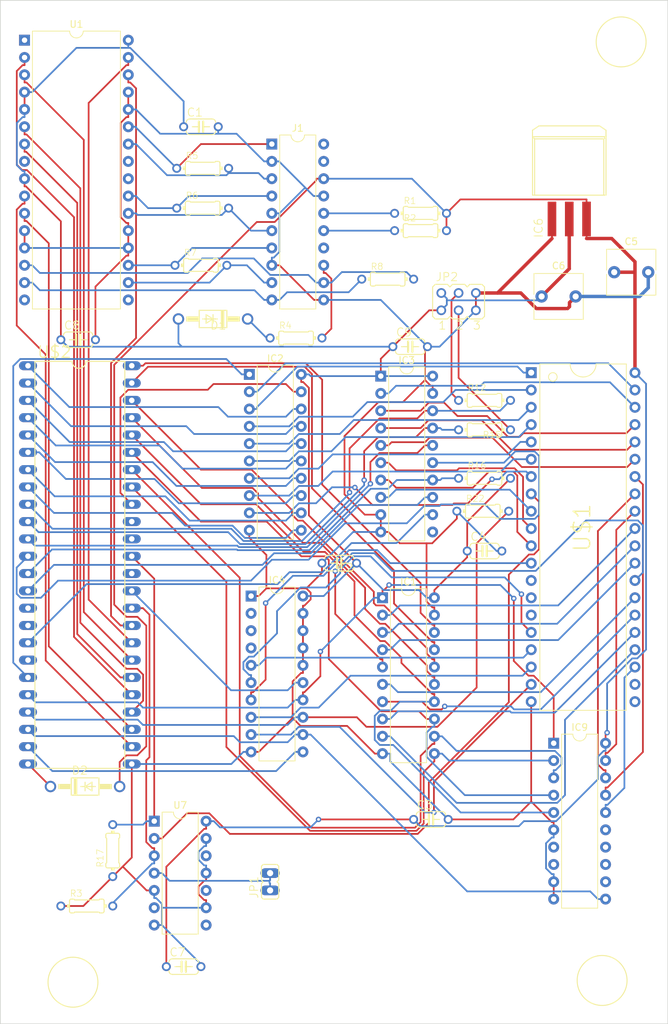
<source format=kicad_pcb>
(kicad_pcb (version 20171130) (host pcbnew "(5.1.5)-3")
  (layers (0 F.Cu signal) (31 B.Cu signal) (34 B.Paste user) (35 F.Paste user) (36 B.SilkS user) (37 F.SilkS user) (38 B.Mask user) (39 F.Mask user) (44 Edge.Cuts user))
  (net 0 "")
  (net 1 GND)
  (net 2 "Net-(D1-PadC)")
  (net 3 "Net-(D2-PadC)")
  (net 4 /VA0)
  (net 5 /A7)
  (net 6 /VA1)
  (net 7 /A6)
  (net 8 /VA2)
  (net 9 /A5)
  (net 10 /VA3)
  (net 11 /A4)
  (net 12 /VA4)
  (net 13 /A3)
  (net 14 /VA5)
  (net 15 /A2)
  (net 16 /VA6)
  (net 17 /A1)
  (net 18 /VA7)
  (net 19 /A0)
  (net 20 /AEC)
  (net 21 /DEN)
  (net 22 /VD0)
  (net 23 /D7)
  (net 24 /VD1)
  (net 25 /D6)
  (net 26 /VD2)
  (net 27 /D5)
  (net 28 /VD3)
  (net 29 /D4)
  (net 30 /VD4)
  (net 31 /D3)
  (net 32 /VD5)
  (net 33 /D2)
  (net 34 /VD6)
  (net 35 /D1)
  (net 36 /VD7)
  (net 37 /D0)
  (net 38 /DIR)
  (net 39 /D8)
  (net 40 /VLPB)
  (net 41 /D9)
  (net 42 /VRWB)
  (net 43 /D10)
  (net 44 /VCSB)
  (net 45 /D11)
  (net 46 /VD11)
  (net 47 /CSB)
  (net 48 /VD10)
  (net 49 /RWB)
  (net 50 /VD9)
  (net 51 /LPB)
  (net 52 /VD8)
  (net 53 "Net-(IC3-Pad11)")
  (net 54 /VCAS)
  (net 55 /VRAS)
  (net 56 /VBA)
  (net 57 /VAEC)
  (net 58 /PHI02)
  (net 59 /VPHI02)
  (net 60 "Net-(IC4-Pad4)")
  (net 61 /BA)
  (net 62 "Net-(IC4-Pad3)")
  (net 63 /RAS)
  (net 64 "Net-(IC4-Pad2)")
  (net 65 /CAS)
  (net 66 "Net-(IC9-Pad12)")
  (net 67 /VA8)
  (net 68 /VA9)
  (net 69 /VA10)
  (net 70 /VA11)
  (net 71 "Net-(IC9-Pad15)")
  (net 72 "Net-(IC9-Pad14)")
  (net 73 "Net-(IC9-Pad13)")
  (net 74 "Net-(IC9-Pad8)")
  (net 75 "Net-(IC9-Pad7)")
  (net 76 "Net-(J1-Pad19)")
  (net 77 "Net-(J1-Pad16)")
  (net 78 "Net-(J1-Pad15)")
  (net 79 "Net-(J1-Pad14)")
  (net 80 "Net-(J1-Pad13)")
  (net 81 "Net-(J1-Pad12)")
  (net 82 "Net-(J1-Pad10)")
  (net 83 "Net-(J1-Pad9)")
  (net 84 "Net-(J1-Pad7)")
  (net 85 "Net-(J1-Pad6)")
  (net 86 "Net-(J1-Pad4)")
  (net 87 "Net-(J1-Pad3)")
  (net 88 "Net-(J1-Pad1)")
  (net 89 "Net-(JP1-Pad1)")
  (net 90 "Net-(JP2-Pad4)")
  (net 91 "Net-(JP2-Pad3)")
  (net 92 /RESET)
  (net 93 /IRQ)
  (net 94 /D2N)
  (net 95 /D2P)
  (net 96 /CKN)
  (net 97 /CKP)
  (net 98 "Net-(U1-Pad24)")
  (net 99 "Net-(U1-Pad8)")
  (net 100 /D0N)
  (net 101 /D0P)
  (net 102 /D1N)
  (net 103 /D1P)
  (net 104 "Net-(U1-Pad17)")
  (net 105 "Net-(U1-Pad1)")
  (net 106 "Net-(U7-Pad6)")
  (net 107 "Net-(U7-Pad12)")
  (net 108 "Net-(U7-Pad10)")
  (net 109 "Net-(U$1-Pad8)")
  (net 110 "Net-(U7-Pad8)")
  (net 111 /SYNLUM)
  (net 112 /COLOR)
  (net 113 VDD)
  (net 114 /VCLRCLK)
  (net 115 "Net-(U$1-Pad22)")
  (net 116 "Net-(U$2-Pad39)")
  (net 117 "Net-(U$2-Pad38)")
  (net 118 "Net-(U$2-Pad36)")
  (net 119 "Net-(U$2-Pad18)")
  (net 120 "Net-(U$2-Pad16)")
  (net 121 "Net-(U$2-Pad15)")
  (net 122 +3V3)
  (module FAL6567h:DD-3 (layer F.Cu) (at 140.97 57.912)
    (fp_text reference IC6 (at -3.81 10.795 90) (layer F.SilkS) (effects (font (size 1.2065 1.2065) (thickness 0.127)) (justify left bottom)))
    (fp_text value REG1117F)
    (pad 3 smd rect (at 2.54 7.9375) (size 1.27 5.08) (layers F.Cu F.Paste F.Mask) (net 122 +3V3))
    (pad 2 smd rect (at 0 7.9375) (size 1.27 5.08) (layers F.Cu F.Paste F.Mask) (net 122 +3V3))
    (pad 1 smd rect (at -2.54 7.9375) (size 1.27 5.08) (layers F.Cu F.Paste F.Mask) (net 1 GND))
  )
  (module Package_DIP:DIP-20_W7.62mm (layer F.Cu) (at 94.234 121.158)
    (fp_text reference IC4 (at 3.81 -2.33) (layer F.SilkS))
    (fp_text value 74LVC245)
    (pad 20 thru_hole oval (at 7.62 0) (size 1.6 1.6) (drill 0.8) (layers *.Cu *.Mask) (net 122 +3V3))
    (pad 10 thru_hole oval (at 0 22.86) (size 1.6 1.6) (drill 0.8) (layers *.Cu *.Mask) (net 1 GND))
    (pad 19 thru_hole oval (at 7.62 2.54) (size 1.6 1.6) (drill 0.8) (layers *.Cu *.Mask) (net 1 GND))
    (pad 9 thru_hole oval (at 0 20.32) (size 1.6 1.6) (drill 0.8) (layers *.Cu *.Mask) (net 54 /VCAS))
    (pad 18 thru_hole oval (at 7.62 5.08) (size 1.6 1.6) (drill 0.8) (layers *.Cu *.Mask) (net 1 GND))
    (pad 8 thru_hole oval (at 0 17.78) (size 1.6 1.6) (drill 0.8) (layers *.Cu *.Mask) (net 55 /VRAS))
    (pad 17 thru_hole oval (at 7.62 7.62) (size 1.6 1.6) (drill 0.8) (layers *.Cu *.Mask) (net 1 GND))
    (pad 7 thru_hole oval (at 0 15.24) (size 1.6 1.6) (drill 0.8) (layers *.Cu *.Mask) (net 56 /VBA))
    (pad 16 thru_hole oval (at 7.62 10.16) (size 1.6 1.6) (drill 0.8) (layers *.Cu *.Mask) (net 1 GND))
    (pad 6 thru_hole oval (at 0 12.7) (size 1.6 1.6) (drill 0.8) (layers *.Cu *.Mask) (net 57 /VAEC))
    (pad 15 thru_hole oval (at 7.62 12.7) (size 1.6 1.6) (drill 0.8) (layers *.Cu *.Mask) (net 58 /PHI02))
    (pad 5 thru_hole oval (at 0 10.16) (size 1.6 1.6) (drill 0.8) (layers *.Cu *.Mask) (net 59 /VPHI02))
    (pad 14 thru_hole oval (at 7.62 15.24) (size 1.6 1.6) (drill 0.8) (layers *.Cu *.Mask) (net 20 /AEC))
    (pad 4 thru_hole oval (at 0 7.62) (size 1.6 1.6) (drill 0.8) (layers *.Cu *.Mask) (net 60 "Net-(IC4-Pad4)"))
    (pad 13 thru_hole oval (at 7.62 17.78) (size 1.6 1.6) (drill 0.8) (layers *.Cu *.Mask) (net 61 /BA))
    (pad 3 thru_hole oval (at 0 5.08) (size 1.6 1.6) (drill 0.8) (layers *.Cu *.Mask) (net 62 "Net-(IC4-Pad3)"))
    (pad 12 thru_hole oval (at 7.62 20.32) (size 1.6 1.6) (drill 0.8) (layers *.Cu *.Mask) (net 63 /RAS))
    (pad 2 thru_hole oval (at 0 2.54) (size 1.6 1.6) (drill 0.8) (layers *.Cu *.Mask) (net 64 "Net-(IC4-Pad2)"))
    (pad 11 thru_hole oval (at 7.62 22.86) (size 1.6 1.6) (drill 0.8) (layers *.Cu *.Mask) (net 65 /CAS))
    (pad 1 thru_hole rect (at 0 0) (size 1.6 1.6) (drill 0.8) (layers *.Cu *.Mask) (net 1 GND))
  )
  (module Package_DIP:DIP-20_W7.62mm (layer F.Cu) (at 113.284 88.9)
    (fp_text reference IC3 (at 3.81 -2.33) (layer F.SilkS))
    (fp_text value 74LVC245)
    (pad 20 thru_hole oval (at 7.62 0) (size 1.6 1.6) (drill 0.8) (layers *.Cu *.Mask) (net 122 +3V3))
    (pad 10 thru_hole oval (at 0 22.86) (size 1.6 1.6) (drill 0.8) (layers *.Cu *.Mask) (net 1 GND))
    (pad 19 thru_hole oval (at 7.62 2.54) (size 1.6 1.6) (drill 0.8) (layers *.Cu *.Mask) (net 1 GND))
    (pad 9 thru_hole oval (at 0 20.32) (size 1.6 1.6) (drill 0.8) (layers *.Cu *.Mask) (net 1 GND))
    (pad 18 thru_hole oval (at 7.62 5.08) (size 1.6 1.6) (drill 0.8) (layers *.Cu *.Mask) (net 39 /D8))
    (pad 8 thru_hole oval (at 0 17.78) (size 1.6 1.6) (drill 0.8) (layers *.Cu *.Mask) (net 40 /VLPB))
    (pad 17 thru_hole oval (at 7.62 7.62) (size 1.6 1.6) (drill 0.8) (layers *.Cu *.Mask) (net 41 /D9))
    (pad 7 thru_hole oval (at 0 15.24) (size 1.6 1.6) (drill 0.8) (layers *.Cu *.Mask) (net 42 /VRWB))
    (pad 16 thru_hole oval (at 7.62 10.16) (size 1.6 1.6) (drill 0.8) (layers *.Cu *.Mask) (net 43 /D10))
    (pad 6 thru_hole oval (at 0 12.7) (size 1.6 1.6) (drill 0.8) (layers *.Cu *.Mask) (net 44 /VCSB))
    (pad 15 thru_hole oval (at 7.62 12.7) (size 1.6 1.6) (drill 0.8) (layers *.Cu *.Mask) (net 45 /D11))
    (pad 5 thru_hole oval (at 0 10.16) (size 1.6 1.6) (drill 0.8) (layers *.Cu *.Mask) (net 46 /VD11))
    (pad 14 thru_hole oval (at 7.62 15.24) (size 1.6 1.6) (drill 0.8) (layers *.Cu *.Mask) (net 47 /CSB))
    (pad 4 thru_hole oval (at 0 7.62) (size 1.6 1.6) (drill 0.8) (layers *.Cu *.Mask) (net 48 /VD10))
    (pad 13 thru_hole oval (at 7.62 17.78) (size 1.6 1.6) (drill 0.8) (layers *.Cu *.Mask) (net 49 /RWB))
    (pad 3 thru_hole oval (at 0 5.08) (size 1.6 1.6) (drill 0.8) (layers *.Cu *.Mask) (net 50 /VD9))
    (pad 12 thru_hole oval (at 7.62 20.32) (size 1.6 1.6) (drill 0.8) (layers *.Cu *.Mask) (net 51 /LPB))
    (pad 2 thru_hole oval (at 0 2.54) (size 1.6 1.6) (drill 0.8) (layers *.Cu *.Mask) (net 52 /VD8))
    (pad 11 thru_hole oval (at 7.62 22.86) (size 1.6 1.6) (drill 0.8) (layers *.Cu *.Mask) (net 53 "Net-(IC3-Pad11)"))
    (pad 1 thru_hole rect (at 0 0) (size 1.6 1.6) (drill 0.8) (layers *.Cu *.Mask) (net 122 +3V3))
  )
  (module Package_DIP:DIP-20_W7.62mm (layer F.Cu) (at 93.98 88.646)
    (fp_text reference IC2 (at 3.81 -2.33) (layer F.SilkS))
    (fp_text value 74LVC245)
    (pad 20 thru_hole oval (at 7.62 0) (size 1.6 1.6) (drill 0.8) (layers *.Cu *.Mask) (net 122 +3V3))
    (pad 10 thru_hole oval (at 0 22.86) (size 1.6 1.6) (drill 0.8) (layers *.Cu *.Mask) (net 1 GND))
    (pad 19 thru_hole oval (at 7.62 2.54) (size 1.6 1.6) (drill 0.8) (layers *.Cu *.Mask) (net 21 /DEN))
    (pad 9 thru_hole oval (at 0 20.32) (size 1.6 1.6) (drill 0.8) (layers *.Cu *.Mask) (net 22 /VD0))
    (pad 18 thru_hole oval (at 7.62 5.08) (size 1.6 1.6) (drill 0.8) (layers *.Cu *.Mask) (net 23 /D7))
    (pad 8 thru_hole oval (at 0 17.78) (size 1.6 1.6) (drill 0.8) (layers *.Cu *.Mask) (net 24 /VD1))
    (pad 17 thru_hole oval (at 7.62 7.62) (size 1.6 1.6) (drill 0.8) (layers *.Cu *.Mask) (net 25 /D6))
    (pad 7 thru_hole oval (at 0 15.24) (size 1.6 1.6) (drill 0.8) (layers *.Cu *.Mask) (net 26 /VD2))
    (pad 16 thru_hole oval (at 7.62 10.16) (size 1.6 1.6) (drill 0.8) (layers *.Cu *.Mask) (net 27 /D5))
    (pad 6 thru_hole oval (at 0 12.7) (size 1.6 1.6) (drill 0.8) (layers *.Cu *.Mask) (net 28 /VD3))
    (pad 15 thru_hole oval (at 7.62 12.7) (size 1.6 1.6) (drill 0.8) (layers *.Cu *.Mask) (net 29 /D4))
    (pad 5 thru_hole oval (at 0 10.16) (size 1.6 1.6) (drill 0.8) (layers *.Cu *.Mask) (net 30 /VD4))
    (pad 14 thru_hole oval (at 7.62 15.24) (size 1.6 1.6) (drill 0.8) (layers *.Cu *.Mask) (net 31 /D3))
    (pad 4 thru_hole oval (at 0 7.62) (size 1.6 1.6) (drill 0.8) (layers *.Cu *.Mask) (net 32 /VD5))
    (pad 13 thru_hole oval (at 7.62 17.78) (size 1.6 1.6) (drill 0.8) (layers *.Cu *.Mask) (net 33 /D2))
    (pad 3 thru_hole oval (at 0 5.08) (size 1.6 1.6) (drill 0.8) (layers *.Cu *.Mask) (net 34 /VD6))
    (pad 12 thru_hole oval (at 7.62 20.32) (size 1.6 1.6) (drill 0.8) (layers *.Cu *.Mask) (net 35 /D1))
    (pad 2 thru_hole oval (at 0 2.54) (size 1.6 1.6) (drill 0.8) (layers *.Cu *.Mask) (net 36 /VD7))
    (pad 11 thru_hole oval (at 7.62 22.86) (size 1.6 1.6) (drill 0.8) (layers *.Cu *.Mask) (net 37 /D0))
    (pad 1 thru_hole rect (at 0 0) (size 1.6 1.6) (drill 0.8) (layers *.Cu *.Mask) (net 38 /DIR))
  )
  (module Package_DIP:DIP-20_W7.62mm (layer F.Cu) (at 113.538 121.412)
    (fp_text reference IC1 (at 3.81 -2.33) (layer F.SilkS))
    (fp_text value 74245DW)
    (pad 20 thru_hole oval (at 7.62 0) (size 1.6 1.6) (drill 0.8) (layers *.Cu *.Mask) (net 122 +3V3))
    (pad 10 thru_hole oval (at 0 22.86) (size 1.6 1.6) (drill 0.8) (layers *.Cu *.Mask) (net 1 GND))
    (pad 19 thru_hole oval (at 7.62 2.54) (size 1.6 1.6) (drill 0.8) (layers *.Cu *.Mask) (net 1 GND))
    (pad 9 thru_hole oval (at 0 20.32) (size 1.6 1.6) (drill 0.8) (layers *.Cu *.Mask) (net 4 /VA0))
    (pad 18 thru_hole oval (at 7.62 5.08) (size 1.6 1.6) (drill 0.8) (layers *.Cu *.Mask) (net 5 /A7))
    (pad 8 thru_hole oval (at 0 17.78) (size 1.6 1.6) (drill 0.8) (layers *.Cu *.Mask) (net 6 /VA1))
    (pad 17 thru_hole oval (at 7.62 7.62) (size 1.6 1.6) (drill 0.8) (layers *.Cu *.Mask) (net 7 /A6))
    (pad 7 thru_hole oval (at 0 15.24) (size 1.6 1.6) (drill 0.8) (layers *.Cu *.Mask) (net 8 /VA2))
    (pad 16 thru_hole oval (at 7.62 10.16) (size 1.6 1.6) (drill 0.8) (layers *.Cu *.Mask) (net 9 /A5))
    (pad 6 thru_hole oval (at 0 12.7) (size 1.6 1.6) (drill 0.8) (layers *.Cu *.Mask) (net 10 /VA3))
    (pad 15 thru_hole oval (at 7.62 12.7) (size 1.6 1.6) (drill 0.8) (layers *.Cu *.Mask) (net 11 /A4))
    (pad 5 thru_hole oval (at 0 10.16) (size 1.6 1.6) (drill 0.8) (layers *.Cu *.Mask) (net 12 /VA4))
    (pad 14 thru_hole oval (at 7.62 15.24) (size 1.6 1.6) (drill 0.8) (layers *.Cu *.Mask) (net 13 /A3))
    (pad 4 thru_hole oval (at 0 7.62) (size 1.6 1.6) (drill 0.8) (layers *.Cu *.Mask) (net 14 /VA5))
    (pad 13 thru_hole oval (at 7.62 17.78) (size 1.6 1.6) (drill 0.8) (layers *.Cu *.Mask) (net 15 /A2))
    (pad 3 thru_hole oval (at 0 5.08) (size 1.6 1.6) (drill 0.8) (layers *.Cu *.Mask) (net 16 /VA6))
    (pad 12 thru_hole oval (at 7.62 20.32) (size 1.6 1.6) (drill 0.8) (layers *.Cu *.Mask) (net 17 /A1))
    (pad 2 thru_hole oval (at 0 2.54) (size 1.6 1.6) (drill 0.8) (layers *.Cu *.Mask) (net 18 /VA7))
    (pad 11 thru_hole oval (at 7.62 22.86) (size 1.6 1.6) (drill 0.8) (layers *.Cu *.Mask) (net 19 /A0))
    (pad 1 thru_hole rect (at 0 0) (size 1.6 1.6) (drill 0.8) (layers *.Cu *.Mask) (net 20 /AEC))
  )
  (module Capacitor_THT:C_Rect_L7.0mm_W6.5mm_P5.00mm (layer F.Cu) (at 147.574 73.66)
    (fp_text reference C5 (at 2.5 -4.5) (layer F.SilkS))
    (fp_text value 10u)
    (pad 2 thru_hole circle (at 5 0) (size 1.8 1.8) (drill 0.9) (layers *.Cu *.Mask) (net 1 GND))
    (pad 1 thru_hole circle (at 0 0) (size 1.8 1.8) (drill 0.9) (layers *.Cu *.Mask) (net 122 +3V3))
  )
  (module Capacitor_THT:C_Rect_L7.0mm_W6.5mm_P5.00mm (layer F.Cu) (at 136.906 77.216)
    (fp_text reference C6 (at 2.5 -4.5) (layer F.SilkS))
    (fp_text value 10u)
    (pad 2 thru_hole circle (at 5 0) (size 1.8 1.8) (drill 0.9) (layers *.Cu *.Mask) (net 1 GND))
    (pad 1 thru_hole circle (at 0 0) (size 1.8 1.8) (drill 0.9) (layers *.Cu *.Mask) (net 122 +3V3))
  )
  (module Package_DIP:DIP-20_W7.62mm (layer F.Cu) (at 138.684 142.748)
    (fp_text reference IC9 (at 3.81 -2.33) (layer F.SilkS))
    (fp_text value 74ALS573)
    (pad 20 thru_hole oval (at 7.62 0) (size 1.6 1.6) (drill 0.8) (layers *.Cu *.Mask) (net 122 +3V3))
    (pad 10 thru_hole oval (at 0 22.86) (size 1.6 1.6) (drill 0.8) (layers *.Cu *.Mask) (net 1 GND))
    (pad 19 thru_hole oval (at 7.62 2.54) (size 1.6 1.6) (drill 0.8) (layers *.Cu *.Mask) (net 67 /VA8))
    (pad 9 thru_hole oval (at 0 20.32) (size 1.6 1.6) (drill 0.8) (layers *.Cu *.Mask) (net 1 GND))
    (pad 18 thru_hole oval (at 7.62 5.08) (size 1.6 1.6) (drill 0.8) (layers *.Cu *.Mask) (net 68 /VA9))
    (pad 8 thru_hole oval (at 0 17.78) (size 1.6 1.6) (drill 0.8) (layers *.Cu *.Mask) (net 74 "Net-(IC9-Pad8)"))
    (pad 17 thru_hole oval (at 7.62 7.62) (size 1.6 1.6) (drill 0.8) (layers *.Cu *.Mask) (net 69 /VA10))
    (pad 7 thru_hole oval (at 0 15.24) (size 1.6 1.6) (drill 0.8) (layers *.Cu *.Mask) (net 75 "Net-(IC9-Pad7)"))
    (pad 16 thru_hole oval (at 7.62 10.16) (size 1.6 1.6) (drill 0.8) (layers *.Cu *.Mask) (net 70 /VA11))
    (pad 6 thru_hole oval (at 0 12.7) (size 1.6 1.6) (drill 0.8) (layers *.Cu *.Mask) (net 1 GND))
    (pad 15 thru_hole oval (at 7.62 12.7) (size 1.6 1.6) (drill 0.8) (layers *.Cu *.Mask) (net 71 "Net-(IC9-Pad15)"))
    (pad 5 thru_hole oval (at 0 10.16) (size 1.6 1.6) (drill 0.8) (layers *.Cu *.Mask) (net 13 /A3))
    (pad 14 thru_hole oval (at 7.62 15.24) (size 1.6 1.6) (drill 0.8) (layers *.Cu *.Mask) (net 72 "Net-(IC9-Pad14)"))
    (pad 4 thru_hole oval (at 0 7.62) (size 1.6 1.6) (drill 0.8) (layers *.Cu *.Mask) (net 15 /A2))
    (pad 13 thru_hole oval (at 7.62 17.78) (size 1.6 1.6) (drill 0.8) (layers *.Cu *.Mask) (net 73 "Net-(IC9-Pad13)"))
    (pad 3 thru_hole oval (at 0 5.08) (size 1.6 1.6) (drill 0.8) (layers *.Cu *.Mask) (net 17 /A1))
    (pad 12 thru_hole oval (at 7.62 20.32) (size 1.6 1.6) (drill 0.8) (layers *.Cu *.Mask) (net 66 "Net-(IC9-Pad12)"))
    (pad 2 thru_hole oval (at 0 2.54) (size 1.6 1.6) (drill 0.8) (layers *.Cu *.Mask) (net 19 /A0))
    (pad 11 thru_hole oval (at 7.62 22.86) (size 1.6 1.6) (drill 0.8) (layers *.Cu *.Mask) (net 63 /RAS))
    (pad 1 thru_hole rect (at 0 0) (size 1.6 1.6) (drill 0.8) (layers *.Cu *.Mask) (net 20 /AEC))
  )
  (module FAL6567h:DIL48 (layer F.Cu) (at 69.088 116.586 270)
    (fp_text reference U$2 (at -30.226 6.35) (layer F.SilkS) (effects (font (size 1.6891 1.6891) (thickness 0.1778)) (justify left bottom)))
    (fp_text value CMODA7)
    (pad 48 thru_hole oval (at -29.21 -7.62) (size 2.6416 1.3208) (drill 0.8128) (layers *.Cu *.Mask) (net 5 /A7))
    (pad 47 thru_hole oval (at -26.67 -7.62) (size 2.6416 1.3208) (drill 0.8128) (layers *.Cu *.Mask) (net 7 /A6))
    (pad 46 thru_hole oval (at -24.13 -7.62) (size 2.6416 1.3208) (drill 0.8128) (layers *.Cu *.Mask) (net 9 /A5))
    (pad 45 thru_hole oval (at -21.59 -7.62) (size 2.6416 1.3208) (drill 0.8128) (layers *.Cu *.Mask) (net 11 /A4))
    (pad 44 thru_hole oval (at -19.05 -7.62) (size 2.6416 1.3208) (drill 0.8128) (layers *.Cu *.Mask) (net 13 /A3))
    (pad 43 thru_hole oval (at -16.51 -7.62) (size 2.6416 1.3208) (drill 0.8128) (layers *.Cu *.Mask) (net 15 /A2))
    (pad 42 thru_hole oval (at -13.97 -7.62) (size 2.6416 1.3208) (drill 0.8128) (layers *.Cu *.Mask) (net 17 /A1))
    (pad 41 thru_hole oval (at -11.43 -7.62) (size 2.6416 1.3208) (drill 0.8128) (layers *.Cu *.Mask) (net 19 /A0))
    (pad 40 thru_hole oval (at -8.89 -7.62) (size 2.6416 1.3208) (drill 0.8128) (layers *.Cu *.Mask) (net 21 /DEN))
    (pad 39 thru_hole oval (at -6.35 -7.62) (size 2.6416 1.3208) (drill 0.8128) (layers *.Cu *.Mask) (net 116 "Net-(U$2-Pad39)"))
    (pad 38 thru_hole oval (at -3.81 -7.62) (size 2.6416 1.3208) (drill 0.8128) (layers *.Cu *.Mask) (net 117 "Net-(U$2-Pad38)"))
    (pad 37 thru_hole oval (at -1.27 -7.62) (size 2.6416 1.3208) (drill 0.8128) (layers *.Cu *.Mask) (net 93 /IRQ))
    (pad 36 thru_hole oval (at 1.27 -7.62) (size 2.6416 1.3208) (drill 0.8128) (layers *.Cu *.Mask) (net 118 "Net-(U$2-Pad36)"))
    (pad 35 thru_hole oval (at 3.81 -7.62) (size 2.6416 1.3208) (drill 0.8128) (layers *.Cu *.Mask) (net 58 /PHI02))
    (pad 34 thru_hole oval (at 6.35 -7.62) (size 2.6416 1.3208) (drill 0.8128) (layers *.Cu *.Mask) (net 92 /RESET))
    (pad 33 thru_hole oval (at 8.89 -7.62) (size 2.6416 1.3208) (drill 0.8128) (layers *.Cu *.Mask) (net 95 /D2P))
    (pad 32 thru_hole oval (at 11.43 -7.62) (size 2.6416 1.3208) (drill 0.8128) (layers *.Cu *.Mask) (net 94 /D2N))
    (pad 31 thru_hole oval (at 13.97 -7.62) (size 2.6416 1.3208) (drill 0.8128) (layers *.Cu *.Mask) (net 102 /D1N))
    (pad 30 thru_hole oval (at 16.51 -7.62) (size 2.6416 1.3208) (drill 0.8128) (layers *.Cu *.Mask) (net 100 /D0N))
    (pad 29 thru_hole oval (at 19.05 -7.62) (size 2.6416 1.3208) (drill 0.8128) (layers *.Cu *.Mask) (net 103 /D1P))
    (pad 28 thru_hole oval (at 21.59 -7.62) (size 2.6416 1.3208) (drill 0.8128) (layers *.Cu *.Mask) (net 101 /D0P))
    (pad 27 thru_hole oval (at 24.13 -7.62) (size 2.6416 1.3208) (drill 0.8128) (layers *.Cu *.Mask) (net 96 /CKN))
    (pad 26 thru_hole oval (at 26.67 -7.62) (size 2.6416 1.3208) (drill 0.8128) (layers *.Cu *.Mask) (net 97 /CKP))
    (pad 25 thru_hole oval (at 29.21 -7.62) (size 2.6416 1.3208) (drill 0.8128) (layers *.Cu *.Mask) (net 1 GND))
    (pad 24 thru_hole oval (at 29.21 7.62) (size 2.6416 1.3208) (drill 0.8128) (layers *.Cu *.Mask) (net 3 "Net-(D2-PadC)"))
    (pad 23 thru_hole oval (at 26.67 7.62) (size 2.6416 1.3208) (drill 0.8128) (layers *.Cu *.Mask) (net 65 /CAS))
    (pad 22 thru_hole oval (at 24.13 7.62) (size 2.6416 1.3208) (drill 0.8128) (layers *.Cu *.Mask) (net 63 /RAS))
    (pad 21 thru_hole oval (at 21.59 7.62) (size 2.6416 1.3208) (drill 0.8128) (layers *.Cu *.Mask) (net 61 /BA))
    (pad 20 thru_hole oval (at 19.05 7.62) (size 2.6416 1.3208) (drill 0.8128) (layers *.Cu *.Mask) (net 20 /AEC))
    (pad 19 thru_hole oval (at 16.51 7.62) (size 2.6416 1.3208) (drill 0.8128) (layers *.Cu *.Mask) (net 38 /DIR))
    (pad 18 thru_hole oval (at 13.97 7.62) (size 2.6416 1.3208) (drill 0.8128) (layers *.Cu *.Mask) (net 119 "Net-(U$2-Pad18)"))
    (pad 17 thru_hole oval (at 11.43 7.62) (size 2.6416 1.3208) (drill 0.8128) (layers *.Cu *.Mask) (net 51 /LPB))
    (pad 16 thru_hole oval (at 8.89 7.62) (size 2.6416 1.3208) (drill 0.8128) (layers *.Cu *.Mask) (net 120 "Net-(U$2-Pad16)"))
    (pad 15 thru_hole oval (at 6.35 7.62) (size 2.6416 1.3208) (drill 0.8128) (layers *.Cu *.Mask) (net 121 "Net-(U$2-Pad15)"))
    (pad 14 thru_hole oval (at 3.81 7.62) (size 2.6416 1.3208) (drill 0.8128) (layers *.Cu *.Mask) (net 49 /RWB))
    (pad 13 thru_hole oval (at 1.27 7.62) (size 2.6416 1.3208) (drill 0.8128) (layers *.Cu *.Mask) (net 47 /CSB))
    (pad 12 thru_hole oval (at -1.27 7.62) (size 2.6416 1.3208) (drill 0.8128) (layers *.Cu *.Mask) (net 45 /D11))
    (pad 11 thru_hole oval (at -3.81 7.62) (size 2.6416 1.3208) (drill 0.8128) (layers *.Cu *.Mask) (net 43 /D10))
    (pad 10 thru_hole oval (at -6.35 7.62) (size 2.6416 1.3208) (drill 0.8128) (layers *.Cu *.Mask) (net 41 /D9))
    (pad 9 thru_hole oval (at -8.89 7.62) (size 2.6416 1.3208) (drill 0.8128) (layers *.Cu *.Mask) (net 39 /D8))
    (pad 8 thru_hole oval (at -11.43 7.62) (size 2.6416 1.3208) (drill 0.8128) (layers *.Cu *.Mask) (net 37 /D0))
    (pad 7 thru_hole oval (at -13.97 7.62) (size 2.6416 1.3208) (drill 0.8128) (layers *.Cu *.Mask) (net 35 /D1))
    (pad 6 thru_hole oval (at -16.51 7.62) (size 2.6416 1.3208) (drill 0.8128) (layers *.Cu *.Mask) (net 33 /D2))
    (pad 5 thru_hole oval (at -19.05 7.62) (size 2.6416 1.3208) (drill 0.8128) (layers *.Cu *.Mask) (net 31 /D3))
    (pad 4 thru_hole oval (at -21.59 7.62) (size 2.6416 1.3208) (drill 0.8128) (layers *.Cu *.Mask) (net 29 /D4))
    (pad 3 thru_hole oval (at -24.13 7.62) (size 2.6416 1.3208) (drill 0.8128) (layers *.Cu *.Mask) (net 27 /D5))
    (pad 2 thru_hole oval (at -26.67 7.62) (size 2.6416 1.3208) (drill 0.8128) (layers *.Cu *.Mask) (net 25 /D6))
    (pad 1 thru_hole oval (at -29.21 7.62) (size 2.6416 1.3208) (drill 0.8128) (layers *.Cu *.Mask) (net 23 /D7))
  )
  (module FAL6567h:DIP-40 (layer F.Cu) (at 143.002 111.252 270)
    (fp_text reference U$1 (at -3.81 -1.27 90) (layer F.SilkS) (effects (font (size 2.413 2.413) (thickness 0.2032)) (justify right bottom)))
    (fp_text value CSG6567)
    (pad 20 thru_hole circle (at 25.4 7.62 270) (size 1.6002 1.6002) (drill 0.889) (layers *.Cu *.Mask) (net 1 GND))
    (pad 19 thru_hole circle (at 22.86 7.62 270) (size 1.6002 1.6002) (drill 0.889) (layers *.Cu *.Mask) (net 54 /VCAS))
    (pad 18 thru_hole circle (at 20.32 7.62 270) (size 1.6002 1.6002) (drill 0.889) (layers *.Cu *.Mask) (net 55 /VRAS))
    (pad 17 thru_hole circle (at 17.78 7.62 270) (size 1.6002 1.6002) (drill 0.889) (layers *.Cu *.Mask) (net 59 /VPHI02))
    (pad 16 thru_hole circle (at 15.24 7.62 270) (size 1.6002 1.6002) (drill 0.889) (layers *.Cu *.Mask) (net 57 /VAEC))
    (pad 15 thru_hole circle (at 12.7 7.62 270) (size 1.6002 1.6002) (drill 0.889) (layers *.Cu *.Mask) (net 111 /SYNLUM))
    (pad 14 thru_hole circle (at 10.16 7.62 270) (size 1.6002 1.6002) (drill 0.889) (layers *.Cu *.Mask) (net 112 /COLOR))
    (pad 13 thru_hole circle (at 7.62 7.62 270) (size 1.6002 1.6002) (drill 0.889) (layers *.Cu *.Mask) (net 113 VDD))
    (pad 12 thru_hole circle (at 5.08 7.62 270) (size 1.6002 1.6002) (drill 0.889) (layers *.Cu *.Mask) (net 56 /VBA))
    (pad 11 thru_hole circle (at 2.54 7.62 270) (size 1.6002 1.6002) (drill 0.889) (layers *.Cu *.Mask) (net 42 /VRWB))
    (pad 9 thru_hole circle (at -2.54 7.62 270) (size 1.6002 1.6002) (drill 0.889) (layers *.Cu *.Mask) (net 40 /VLPB))
    (pad 8 thru_hole circle (at -5.08 7.62 270) (size 1.6002 1.6002) (drill 0.889) (layers *.Cu *.Mask) (net 109 "Net-(U$1-Pad8)"))
    (pad 7 thru_hole circle (at -7.62 7.62 270) (size 1.6002 1.6002) (drill 0.889) (layers *.Cu *.Mask) (net 22 /VD0))
    (pad 6 thru_hole circle (at -10.16 7.62 270) (size 1.6002 1.6002) (drill 0.889) (layers *.Cu *.Mask) (net 24 /VD1))
    (pad 5 thru_hole circle (at -12.7 7.62 270) (size 1.6002 1.6002) (drill 0.889) (layers *.Cu *.Mask) (net 26 /VD2))
    (pad 4 thru_hole circle (at -15.24 7.62 270) (size 1.6002 1.6002) (drill 0.889) (layers *.Cu *.Mask) (net 28 /VD3))
    (pad 3 thru_hole circle (at -17.78 7.62 270) (size 1.6002 1.6002) (drill 0.889) (layers *.Cu *.Mask) (net 30 /VD4))
    (pad 2 thru_hole circle (at -20.32 7.62 270) (size 1.6002 1.6002) (drill 0.889) (layers *.Cu *.Mask) (net 32 /VD5))
    (pad 1 thru_hole rect (at -22.86 7.62 270) (size 1.6002 1.6002) (drill 0.889) (layers *.Cu *.Mask) (net 34 /VD6))
    (pad 10 thru_hole circle (at 0 7.62 270) (size 1.6002 1.6002) (drill 0.889) (layers *.Cu *.Mask) (net 44 /VCSB))
    (pad 40 thru_hole circle (at -22.86 -7.62 270) (size 1.6002 1.6002) (drill 0.889) (layers *.Cu *.Mask) (net 122 +3V3))
    (pad 39 thru_hole circle (at -20.32 -7.62 270) (size 1.6002 1.6002) (drill 0.889) (layers *.Cu *.Mask) (net 36 /VD7))
    (pad 38 thru_hole circle (at -17.78 -7.62 270) (size 1.6002 1.6002) (drill 0.889) (layers *.Cu *.Mask) (net 52 /VD8))
    (pad 21 thru_hole circle (at 25.4 -7.62 270) (size 1.6002 1.6002) (drill 0.889) (layers *.Cu *.Mask) (net 114 /VCLRCLK))
    (pad 22 thru_hole circle (at 22.86 -7.62 270) (size 1.6002 1.6002) (drill 0.889) (layers *.Cu *.Mask) (net 115 "Net-(U$1-Pad22)"))
    (pad 23 thru_hole circle (at 20.32 -7.62 270) (size 1.6002 1.6002) (drill 0.889) (layers *.Cu *.Mask) (net 70 /VA11))
    (pad 37 thru_hole circle (at -15.24 -7.62 270) (size 1.6002 1.6002) (drill 0.889) (layers *.Cu *.Mask) (net 50 /VD9))
    (pad 36 thru_hole circle (at -12.7 -7.62 270) (size 1.6002 1.6002) (drill 0.889) (layers *.Cu *.Mask) (net 48 /VD10))
    (pad 24 thru_hole circle (at 17.78 -7.62 270) (size 1.6002 1.6002) (drill 0.889) (layers *.Cu *.Mask) (net 4 /VA0))
    (pad 25 thru_hole circle (at 15.24 -7.62 270) (size 1.6002 1.6002) (drill 0.889) (layers *.Cu *.Mask) (net 6 /VA1))
    (pad 26 thru_hole circle (at 12.7 -7.62 270) (size 1.6002 1.6002) (drill 0.889) (layers *.Cu *.Mask) (net 8 /VA2))
    (pad 35 thru_hole circle (at -10.16 -7.62 270) (size 1.6002 1.6002) (drill 0.889) (layers *.Cu *.Mask) (net 46 /VD11))
    (pad 27 thru_hole circle (at 10.16 -7.62 270) (size 1.6002 1.6002) (drill 0.889) (layers *.Cu *.Mask) (net 10 /VA3))
    (pad 34 thru_hole circle (at -7.62 -7.62 270) (size 1.6002 1.6002) (drill 0.889) (layers *.Cu *.Mask) (net 69 /VA10))
    (pad 28 thru_hole circle (at 7.62 -7.62 270) (size 1.6002 1.6002) (drill 0.889) (layers *.Cu *.Mask) (net 12 /VA4))
    (pad 33 thru_hole circle (at -5.08 -7.62 270) (size 1.6002 1.6002) (drill 0.889) (layers *.Cu *.Mask) (net 68 /VA9))
    (pad 32 thru_hole circle (at -2.54 -7.62 270) (size 1.6002 1.6002) (drill 0.889) (layers *.Cu *.Mask) (net 67 /VA8))
    (pad 29 thru_hole circle (at 5.08 -7.62 270) (size 1.6002 1.6002) (drill 0.889) (layers *.Cu *.Mask) (net 14 /VA5))
    (pad 30 thru_hole circle (at 2.54 -7.62 270) (size 1.6002 1.6002) (drill 0.889) (layers *.Cu *.Mask) (net 16 /VA6))
    (pad 31 thru_hole circle (at 0 -7.62 270) (size 1.6002 1.6002) (drill 0.889) (layers *.Cu *.Mask) (net 18 /VA7))
  )
  (module Package_DIP:DIP-14_W7.62mm (layer F.Cu) (at 80.01 154.178)
    (fp_text reference U7 (at 3.81 -2.33) (layer F.SilkS))
    (fp_text value 74LS06N)
    (pad 14 thru_hole oval (at 7.62 0) (size 1.6 1.6) (drill 0.8) (layers *.Cu *.Mask) (net 122 +3V3))
    (pad 7 thru_hole oval (at 0 15.24) (size 1.6 1.6) (drill 0.8) (layers *.Cu *.Mask) (net 1 GND))
    (pad 13 thru_hole oval (at 7.62 2.54) (size 1.6 1.6) (drill 0.8) (layers *.Cu *.Mask) (net 1 GND))
    (pad 6 thru_hole oval (at 0 12.7) (size 1.6 1.6) (drill 0.8) (layers *.Cu *.Mask) (net 106 "Net-(U7-Pad6)"))
    (pad 12 thru_hole oval (at 7.62 5.08) (size 1.6 1.6) (drill 0.8) (layers *.Cu *.Mask) (net 107 "Net-(U7-Pad12)"))
    (pad 5 thru_hole oval (at 0 10.16) (size 1.6 1.6) (drill 0.8) (layers *.Cu *.Mask) (net 1 GND))
    (pad 11 thru_hole oval (at 7.62 7.62) (size 1.6 1.6) (drill 0.8) (layers *.Cu *.Mask) (net 1 GND))
    (pad 4 thru_hole oval (at 0 7.62) (size 1.6 1.6) (drill 0.8) (layers *.Cu *.Mask) (net 89 "Net-(JP1-Pad1)"))
    (pad 10 thru_hole oval (at 7.62 10.16) (size 1.6 1.6) (drill 0.8) (layers *.Cu *.Mask) (net 108 "Net-(U7-Pad10)"))
    (pad 3 thru_hole oval (at 0 5.08) (size 1.6 1.6) (drill 0.8) (layers *.Cu *.Mask) (net 92 /RESET))
    (pad 9 thru_hole oval (at 7.62 12.7) (size 1.6 1.6) (drill 0.8) (layers *.Cu *.Mask) (net 1 GND))
    (pad 2 thru_hole oval (at 0 2.54) (size 1.6 1.6) (drill 0.8) (layers *.Cu *.Mask) (net 109 "Net-(U$1-Pad8)"))
    (pad 8 thru_hole oval (at 7.62 15.24) (size 1.6 1.6) (drill 0.8) (layers *.Cu *.Mask) (net 110 "Net-(U7-Pad8)"))
    (pad 1 thru_hole rect (at 0 0) (size 1.6 1.6) (drill 0.8) (layers *.Cu *.Mask) (net 93 /IRQ))
  )
  (module Package_DIP:DIP-32_W15.24mm (layer F.Cu) (at 60.96 39.624)
    (fp_text reference U1 (at 7.62 -2.33) (layer F.SilkS))
    (fp_text value MAX3814)
    (pad 32 thru_hole oval (at 15.24 0) (size 1.6 1.6) (drill 0.8) (layers *.Cu *.Mask) (net 122 +3V3))
    (pad 16 thru_hole oval (at 0 38.1) (size 1.6 1.6) (drill 0.8) (layers *.Cu *.Mask))
    (pad 31 thru_hole oval (at 15.24 2.54) (size 1.6 1.6) (drill 0.8) (layers *.Cu *.Mask) (net 94 /D2N))
    (pad 15 thru_hole oval (at 0 35.56) (size 1.6 1.6) (drill 0.8) (layers *.Cu *.Mask) (net 82 "Net-(J1-Pad10)"))
    (pad 30 thru_hole oval (at 15.24 5.08) (size 1.6 1.6) (drill 0.8) (layers *.Cu *.Mask) (net 95 /D2P))
    (pad 14 thru_hole oval (at 0 33.02) (size 1.6 1.6) (drill 0.8) (layers *.Cu *.Mask) (net 81 "Net-(J1-Pad12)"))
    (pad 29 thru_hole oval (at 15.24 7.62) (size 1.6 1.6) (drill 0.8) (layers *.Cu *.Mask) (net 1 GND))
    (pad 13 thru_hole oval (at 0 30.48) (size 1.6 1.6) (drill 0.8) (layers *.Cu *.Mask) (net 1 GND))
    (pad 28 thru_hole oval (at 15.24 10.16) (size 1.6 1.6) (drill 0.8) (layers *.Cu *.Mask) (net 1 GND))
    (pad 12 thru_hole oval (at 0 27.94) (size 1.6 1.6) (drill 0.8) (layers *.Cu *.Mask) (net 1 GND))
    (pad 27 thru_hole oval (at 15.24 12.7) (size 1.6 1.6) (drill 0.8) (layers *.Cu *.Mask) (net 88 "Net-(J1-Pad1)"))
    (pad 11 thru_hole oval (at 0 25.4) (size 1.6 1.6) (drill 0.8) (layers *.Cu *.Mask) (net 96 /CKN))
    (pad 26 thru_hole oval (at 15.24 15.24) (size 1.6 1.6) (drill 0.8) (layers *.Cu *.Mask) (net 87 "Net-(J1-Pad3)"))
    (pad 10 thru_hole oval (at 0 22.86) (size 1.6 1.6) (drill 0.8) (layers *.Cu *.Mask) (net 97 /CKP))
    (pad 25 thru_hole oval (at 15.24 17.78) (size 1.6 1.6) (drill 0.8) (layers *.Cu *.Mask))
    (pad 9 thru_hole oval (at 0 20.32) (size 1.6 1.6) (drill 0.8) (layers *.Cu *.Mask) (net 122 +3V3))
    (pad 24 thru_hole oval (at 15.24 20.32) (size 1.6 1.6) (drill 0.8) (layers *.Cu *.Mask) (net 98 "Net-(U1-Pad24)"))
    (pad 8 thru_hole oval (at 0 17.78) (size 1.6 1.6) (drill 0.8) (layers *.Cu *.Mask) (net 99 "Net-(U1-Pad8)"))
    (pad 23 thru_hole oval (at 15.24 22.86) (size 1.6 1.6) (drill 0.8) (layers *.Cu *.Mask) (net 86 "Net-(J1-Pad4)"))
    (pad 7 thru_hole oval (at 0 15.24) (size 1.6 1.6) (drill 0.8) (layers *.Cu *.Mask) (net 100 /D0N))
    (pad 22 thru_hole oval (at 15.24 25.4) (size 1.6 1.6) (drill 0.8) (layers *.Cu *.Mask) (net 85 "Net-(J1-Pad6)"))
    (pad 6 thru_hole oval (at 0 12.7) (size 1.6 1.6) (drill 0.8) (layers *.Cu *.Mask) (net 101 /D0P))
    (pad 21 thru_hole oval (at 15.24 27.94) (size 1.6 1.6) (drill 0.8) (layers *.Cu *.Mask) (net 1 GND))
    (pad 5 thru_hole oval (at 0 10.16) (size 1.6 1.6) (drill 0.8) (layers *.Cu *.Mask) (net 122 +3V3))
    (pad 20 thru_hole oval (at 15.24 30.48) (size 1.6 1.6) (drill 0.8) (layers *.Cu *.Mask) (net 1 GND))
    (pad 4 thru_hole oval (at 0 7.62) (size 1.6 1.6) (drill 0.8) (layers *.Cu *.Mask) (net 122 +3V3))
    (pad 19 thru_hole oval (at 15.24 33.02) (size 1.6 1.6) (drill 0.8) (layers *.Cu *.Mask) (net 84 "Net-(J1-Pad7)"))
    (pad 3 thru_hole oval (at 0 5.08) (size 1.6 1.6) (drill 0.8) (layers *.Cu *.Mask) (net 102 /D1N))
    (pad 18 thru_hole oval (at 15.24 35.56) (size 1.6 1.6) (drill 0.8) (layers *.Cu *.Mask) (net 83 "Net-(J1-Pad9)"))
    (pad 2 thru_hole oval (at 0 2.54) (size 1.6 1.6) (drill 0.8) (layers *.Cu *.Mask) (net 103 /D1P))
    (pad 17 thru_hole oval (at 15.24 38.1) (size 1.6 1.6) (drill 0.8) (layers *.Cu *.Mask) (net 104 "Net-(U1-Pad17)"))
    (pad 1 thru_hole rect (at 0 0) (size 1.6 1.6) (drill 0.8) (layers *.Cu *.Mask) (net 105 "Net-(U1-Pad1)"))
  )
  (module FAL6567h:0204_7 (layer F.Cu) (at 128.27 108.712)
    (fp_text reference R22 (at -2.54 -1.2954) (layer F.SilkS) (effects (font (size 0.94107 0.94107) (thickness 0.09906)) (justify left bottom)))
    (fp_text value 10k)
    (pad 2 thru_hole circle (at 3.81 0) (size 1.3208 1.3208) (drill 0.8128) (layers *.Cu *.Mask) (net 61 /BA))
    (pad 1 thru_hole circle (at -3.81 0) (size 1.3208 1.3208) (drill 0.8128) (layers *.Cu *.Mask) (net 1 GND))
  )
  (module FAL6567h:0204_7 (layer F.Cu) (at 73.914 158.496 90)
    (fp_text reference R17 (at -2.54 -1.2954 90) (layer F.SilkS) (effects (font (size 0.94107 0.94107) (thickness 0.09906)) (justify left bottom)))
    (fp_text value 4.7k)
    (pad 2 thru_hole circle (at 3.81 0 90) (size 1.3208 1.3208) (drill 0.8128) (layers *.Cu *.Mask) (net 93 /IRQ))
    (pad 1 thru_hole circle (at -3.81 0 90) (size 1.3208 1.3208) (drill 0.8128) (layers *.Cu *.Mask) (net 1 GND))
  )
  (module FAL6567h:0204_7 (layer F.Cu) (at 128.524 103.886)
    (fp_text reference R16 (at -2.54 -1.2954) (layer F.SilkS) (effects (font (size 0.94107 0.94107) (thickness 0.09906)) (justify left bottom)))
    (fp_text value 10k)
    (pad 2 thru_hole circle (at 3.81 0) (size 1.3208 1.3208) (drill 0.8128) (layers *.Cu *.Mask) (net 122 +3V3))
    (pad 1 thru_hole circle (at -3.81 0) (size 1.3208 1.3208) (drill 0.8128) (layers *.Cu *.Mask) (net 47 /CSB))
  )
  (module FAL6567h:0204_7 (layer F.Cu) (at 128.524 96.774 180)
    (fp_text reference R15 (at -2.54 -1.2954) (layer F.SilkS) (effects (font (size 0.94107 0.94107) (thickness 0.09906)) (justify right bottom)))
    (fp_text value 10k)
    (pad 2 thru_hole circle (at 3.81 0 180) (size 1.3208 1.3208) (drill 0.8128) (layers *.Cu *.Mask) (net 41 /D9))
    (pad 1 thru_hole circle (at -3.81 0 180) (size 1.3208 1.3208) (drill 0.8128) (layers *.Cu *.Mask) (net 91 "Net-(JP2-Pad3)"))
  )
  (module FAL6567h:0204_7 (layer F.Cu) (at 128.524 92.456)
    (fp_text reference R12 (at -2.54 -1.2954) (layer F.SilkS) (effects (font (size 0.94107 0.94107) (thickness 0.09906)) (justify left bottom)))
    (fp_text value 10k)
    (pad 2 thru_hole circle (at 3.81 0) (size 1.3208 1.3208) (drill 0.8128) (layers *.Cu *.Mask) (net 39 /D8))
    (pad 1 thru_hole circle (at -3.81 0) (size 1.3208 1.3208) (drill 0.8128) (layers *.Cu *.Mask) (net 90 "Net-(JP2-Pad4)"))
  )
  (module FAL6567h:0204_7 (layer F.Cu) (at 114.3 74.676)
    (fp_text reference R8 (at -2.54 -1.2954) (layer F.SilkS) (effects (font (size 0.94107 0.94107) (thickness 0.09906)) (justify left bottom)))
    (fp_text value 200)
    (pad 2 thru_hole circle (at 3.81 0) (size 1.3208 1.3208) (drill 0.8128) (layers *.Cu *.Mask) (net 81 "Net-(J1-Pad12)"))
    (pad 1 thru_hole circle (at -3.81 0) (size 1.3208 1.3208) (drill 0.8128) (layers *.Cu *.Mask) (net 82 "Net-(J1-Pad10)"))
  )
  (module FAL6567h:0204_7 (layer F.Cu) (at 86.868 72.644)
    (fp_text reference R7 (at -2.54 -1.2954) (layer F.SilkS) (effects (font (size 0.94107 0.94107) (thickness 0.09906)) (justify left bottom)))
    (fp_text value 200)
    (pad 2 thru_hole circle (at 3.81 0) (size 1.3208 1.3208) (drill 0.8128) (layers *.Cu *.Mask) (net 83 "Net-(J1-Pad9)"))
    (pad 1 thru_hole circle (at -3.81 0) (size 1.3208 1.3208) (drill 0.8128) (layers *.Cu *.Mask) (net 84 "Net-(J1-Pad7)"))
  )
  (module FAL6567h:0204_7 (layer F.Cu) (at 87.122 64.262)
    (fp_text reference R6 (at -2.54 -1.2954) (layer F.SilkS) (effects (font (size 0.94107 0.94107) (thickness 0.09906)) (justify left bottom)))
    (fp_text value 200)
    (pad 2 thru_hole circle (at 3.81 0) (size 1.3208 1.3208) (drill 0.8128) (layers *.Cu *.Mask) (net 85 "Net-(J1-Pad6)"))
    (pad 1 thru_hole circle (at -3.81 0) (size 1.3208 1.3208) (drill 0.8128) (layers *.Cu *.Mask) (net 86 "Net-(J1-Pad4)"))
  )
  (module FAL6567h:0204_7 (layer F.Cu) (at 87.122 58.42)
    (fp_text reference R5 (at -2.54 -1.2954) (layer F.SilkS) (effects (font (size 0.94107 0.94107) (thickness 0.09906)) (justify left bottom)))
    (fp_text value 200)
    (pad 2 thru_hole circle (at 3.81 0) (size 1.3208 1.3208) (drill 0.8128) (layers *.Cu *.Mask) (net 87 "Net-(J1-Pad3)"))
    (pad 1 thru_hole circle (at -3.81 0) (size 1.3208 1.3208) (drill 0.8128) (layers *.Cu *.Mask) (net 88 "Net-(J1-Pad1)"))
  )
  (module FAL6567h:0204_7 (layer F.Cu) (at 100.838 83.312)
    (fp_text reference R4 (at -2.54 -1.2954) (layer F.SilkS) (effects (font (size 0.94107 0.94107) (thickness 0.09906)) (justify left bottom)))
    (fp_text value 27k)
    (pad 2 thru_hole circle (at 3.81 0) (size 1.3208 1.3208) (drill 0.8128) (layers *.Cu *.Mask) (net 80 "Net-(J1-Pad13)"))
    (pad 1 thru_hole circle (at -3.81 0) (size 1.3208 1.3208) (drill 0.8128) (layers *.Cu *.Mask) (net 2 "Net-(D1-PadC)"))
  )
  (module FAL6567h:0204_7 (layer F.Cu) (at 70.104 166.624)
    (fp_text reference R3 (at -2.54 -1.2954) (layer F.SilkS) (effects (font (size 0.94107 0.94107) (thickness 0.09906)) (justify left bottom)))
    (fp_text value 4.7k)
    (pad 2 thru_hole circle (at 3.81 0) (size 1.3208 1.3208) (drill 0.8128) (layers *.Cu *.Mask) (net 92 /RESET))
    (pad 1 thru_hole circle (at -3.81 0) (size 1.3208 1.3208) (drill 0.8128) (layers *.Cu *.Mask) (net 1 GND))
  )
  (module FAL6567h:0204_7 (layer F.Cu) (at 119.126 67.564)
    (fp_text reference R2 (at -2.54 -1.2954) (layer F.SilkS) (effects (font (size 0.94107 0.94107) (thickness 0.09906)) (justify left bottom)))
    (fp_text value 1.5k)
    (pad 2 thru_hole circle (at 3.81 0) (size 1.3208 1.3208) (drill 0.8128) (layers *.Cu *.Mask) (net 122 +3V3))
    (pad 1 thru_hole circle (at -3.81 0) (size 1.3208 1.3208) (drill 0.8128) (layers *.Cu *.Mask) (net 78 "Net-(J1-Pad15)"))
  )
  (module FAL6567h:0204_7 (layer F.Cu) (at 119.126 65.024)
    (fp_text reference R1 (at -2.54 -1.2954) (layer F.SilkS) (effects (font (size 0.94107 0.94107) (thickness 0.09906)) (justify left bottom)))
    (fp_text value 1.5k)
    (pad 2 thru_hole circle (at 3.81 0) (size 1.3208 1.3208) (drill 0.8128) (layers *.Cu *.Mask) (net 122 +3V3))
    (pad 1 thru_hole circle (at -3.81 0) (size 1.3208 1.3208) (drill 0.8128) (layers *.Cu *.Mask) (net 77 "Net-(J1-Pad16)"))
  )
  (module FAL6567h:JP3Q (layer F.Cu) (at 124.714 77.978)
    (fp_text reference JP2 (at -3.429 -2.921) (layer F.SilkS) (effects (font (size 1.2065 1.2065) (thickness 0.127)) (justify left bottom)))
    (fp_text value JP3Q)
    (fp_text user 3 (at 2.032 4.191) (layer F.SilkS) (effects (font (size 1.2065 1.2065) (thickness 0.127)) (justify left bottom)))
    (fp_text user 2 (at -0.508 4.191) (layer F.SilkS) (effects (font (size 1.2065 1.2065) (thickness 0.127)) (justify left bottom)))
    (fp_text user 1 (at -3.048 4.191) (layer F.SilkS) (effects (font (size 1.2065 1.2065) (thickness 0.127)) (justify left bottom)))
    (pad 6 thru_hole circle (at 2.54 -1.27) (size 1.4224 1.4224) (drill 0.9144) (layers *.Cu *.Mask) (net 1 GND))
    (pad 5 thru_hole circle (at 2.54 1.27) (size 1.4224 1.4224) (drill 0.9144) (layers *.Cu *.Mask) (net 1 GND))
    (pad 4 thru_hole circle (at 0 -1.27) (size 1.4224 1.4224) (drill 0.9144) (layers *.Cu *.Mask) (net 90 "Net-(JP2-Pad4)"))
    (pad 3 thru_hole circle (at 0 1.27) (size 1.4224 1.4224) (drill 0.9144) (layers *.Cu *.Mask) (net 91 "Net-(JP2-Pad3)"))
    (pad 2 thru_hole circle (at -2.54 -1.27) (size 1.4224 1.4224) (drill 0.9144) (layers *.Cu *.Mask) (net 122 +3V3))
    (pad 1 thru_hole circle (at -2.54 1.27) (size 1.4224 1.4224) (drill 0.9144) (layers *.Cu *.Mask) (net 122 +3V3))
  )
  (module FAL6567h:JP1 (layer F.Cu) (at 97.028 163.068)
    (fp_text reference JP1 (at -1.651 2.54 90) (layer F.SilkS) (effects (font (size 1.2065 1.2065) (thickness 0.127)) (justify left bottom)))
    (fp_text value JP1E)
    (pad 2 thru_hole oval (at 0 -1.27) (size 2.8448 1.4224) (drill 0.9144) (layers *.Cu *.Mask) (net 89 "Net-(JP1-Pad1)"))
    (pad 1 thru_hole oval (at 0 1.27) (size 2.8448 1.4224) (drill 0.9144) (layers *.Cu *.Mask) (net 89 "Net-(JP1-Pad1)"))
  )
  (module Package_DIP:DIP-20_W7.62mm (layer F.Cu) (at 97.282 54.864)
    (fp_text reference J1 (at 3.81 -2.33) (layer F.SilkS))
    (fp_text value HDMI_A_1.4_Shielded)
    (pad 20 thru_hole oval (at 7.62 0) (size 1.6 1.6) (drill 0.8) (layers *.Cu *.Mask))
    (pad 10 thru_hole oval (at 0 22.86) (size 1.6 1.6) (drill 0.8) (layers *.Cu *.Mask) (net 82 "Net-(J1-Pad10)"))
    (pad 19 thru_hole oval (at 7.62 2.54) (size 1.6 1.6) (drill 0.8) (layers *.Cu *.Mask) (net 76 "Net-(J1-Pad19)"))
    (pad 9 thru_hole oval (at 0 20.32) (size 1.6 1.6) (drill 0.8) (layers *.Cu *.Mask) (net 83 "Net-(J1-Pad9)"))
    (pad 18 thru_hole oval (at 7.62 5.08) (size 1.6 1.6) (drill 0.8) (layers *.Cu *.Mask) (net 122 +3V3))
    (pad 8 thru_hole oval (at 0 17.78) (size 1.6 1.6) (drill 0.8) (layers *.Cu *.Mask) (net 1 GND))
    (pad 17 thru_hole oval (at 7.62 7.62) (size 1.6 1.6) (drill 0.8) (layers *.Cu *.Mask) (net 1 GND))
    (pad 7 thru_hole oval (at 0 15.24) (size 1.6 1.6) (drill 0.8) (layers *.Cu *.Mask) (net 84 "Net-(J1-Pad7)"))
    (pad 16 thru_hole oval (at 7.62 10.16) (size 1.6 1.6) (drill 0.8) (layers *.Cu *.Mask) (net 77 "Net-(J1-Pad16)"))
    (pad 6 thru_hole oval (at 0 12.7) (size 1.6 1.6) (drill 0.8) (layers *.Cu *.Mask) (net 85 "Net-(J1-Pad6)"))
    (pad 15 thru_hole oval (at 7.62 12.7) (size 1.6 1.6) (drill 0.8) (layers *.Cu *.Mask) (net 78 "Net-(J1-Pad15)"))
    (pad 5 thru_hole oval (at 0 10.16) (size 1.6 1.6) (drill 0.8) (layers *.Cu *.Mask) (net 1 GND))
    (pad 14 thru_hole oval (at 7.62 15.24) (size 1.6 1.6) (drill 0.8) (layers *.Cu *.Mask) (net 79 "Net-(J1-Pad14)"))
    (pad 4 thru_hole oval (at 0 7.62) (size 1.6 1.6) (drill 0.8) (layers *.Cu *.Mask) (net 86 "Net-(J1-Pad4)"))
    (pad 13 thru_hole oval (at 7.62 17.78) (size 1.6 1.6) (drill 0.8) (layers *.Cu *.Mask) (net 80 "Net-(J1-Pad13)"))
    (pad 3 thru_hole oval (at 0 5.08) (size 1.6 1.6) (drill 0.8) (layers *.Cu *.Mask) (net 87 "Net-(J1-Pad3)"))
    (pad 12 thru_hole oval (at 7.62 20.32) (size 1.6 1.6) (drill 0.8) (layers *.Cu *.Mask) (net 81 "Net-(J1-Pad12)"))
    (pad 2 thru_hole oval (at 0 2.54) (size 1.6 1.6) (drill 0.8) (layers *.Cu *.Mask) (net 1 GND))
    (pad 11 thru_hole oval (at 7.62 22.86) (size 1.6 1.6) (drill 0.8) (layers *.Cu *.Mask) (net 1 GND))
    (pad 1 thru_hole rect (at 0 0) (size 1.6 1.6) (drill 0.8) (layers *.Cu *.Mask) (net 88 "Net-(J1-Pad1)"))
  )
  (module FAL6567h:DO41-10 (layer F.Cu) (at 69.85 149.098)
    (fp_text reference D2 (at -2.032 -1.651) (layer F.SilkS) (effects (font (size 1.2065 1.2065) (thickness 0.127)) (justify left bottom)))
    (fp_text value 1N4004)
    (pad C thru_hole circle (at -5.08 0) (size 1.6764 1.6764) (drill 1.1176) (layers *.Cu *.Mask) (net 3 "Net-(D2-PadC)"))
    (pad A thru_hole circle (at 5.08 0) (size 1.6764 1.6764) (drill 1.1176) (layers *.Cu *.Mask) (net 122 +3V3))
  )
  (module FAL6567h:DO41-10 (layer F.Cu) (at 88.646 80.518 180)
    (fp_text reference D1 (at -2.032 -1.651) (layer F.SilkS) (effects (font (size 1.2065 1.2065) (thickness 0.127)) (justify right bottom)))
    (fp_text value 1N4004)
    (pad C thru_hole circle (at -5.08 0 180) (size 1.6764 1.6764) (drill 1.1176) (layers *.Cu *.Mask) (net 2 "Net-(D1-PadC)"))
    (pad A thru_hole circle (at 5.08 0 180) (size 1.6764 1.6764) (drill 1.1176) (layers *.Cu *.Mask) (net 122 +3V3))
  )
  (module FAL6567h:C050-024X044 (layer F.Cu) (at 117.602 84.582)
    (fp_text reference C9 (at -2.159 -1.397) (layer F.SilkS) (effects (font (size 1.2065 1.2065) (thickness 0.127)) (justify left bottom)))
    (fp_text value 0.1)
    (pad 2 thru_hole circle (at 2.54 0) (size 1.3208 1.3208) (drill 0.8128) (layers *.Cu *.Mask) (net 1 GND))
    (pad 1 thru_hole circle (at -2.54 0) (size 1.3208 1.3208) (drill 0.8128) (layers *.Cu *.Mask) (net 122 +3V3))
  )
  (module FAL6567h:C050-024X044 (layer F.Cu) (at 68.834 83.566)
    (fp_text reference C8 (at -2.159 -1.397) (layer F.SilkS) (effects (font (size 1.2065 1.2065) (thickness 0.127)) (justify left bottom)))
    (fp_text value 0.1)
    (pad 2 thru_hole circle (at 2.54 0) (size 1.3208 1.3208) (drill 0.8128) (layers *.Cu *.Mask) (net 1 GND))
    (pad 1 thru_hole circle (at -2.54 0) (size 1.3208 1.3208) (drill 0.8128) (layers *.Cu *.Mask) (net 122 +3V3))
  )
  (module FAL6567h:C050-024X044 (layer F.Cu) (at 84.328 175.514)
    (fp_text reference C7 (at -2.159 -1.397) (layer F.SilkS) (effects (font (size 1.2065 1.2065) (thickness 0.127)) (justify left bottom)))
    (fp_text value 0.1)
    (pad 2 thru_hole circle (at 2.54 0) (size 1.3208 1.3208) (drill 0.8128) (layers *.Cu *.Mask) (net 1 GND))
    (pad 1 thru_hole circle (at -2.54 0) (size 1.3208 1.3208) (drill 0.8128) (layers *.Cu *.Mask) (net 122 +3V3))
  )
  (module FAL6567h:C050-024X044 (layer F.Cu) (at 128.524 114.554)
    (fp_text reference C4 (at -2.159 -1.397) (layer F.SilkS) (effects (font (size 1.2065 1.2065) (thickness 0.127)) (justify left bottom)))
    (fp_text value 0.1)
    (pad 2 thru_hole circle (at 2.54 0) (size 1.3208 1.3208) (drill 0.8128) (layers *.Cu *.Mask) (net 1 GND))
    (pad 1 thru_hole circle (at -2.54 0) (size 1.3208 1.3208) (drill 0.8128) (layers *.Cu *.Mask) (net 122 +3V3))
  )
  (module FAL6567h:C050-024X044 (layer F.Cu) (at 120.65 153.924)
    (fp_text reference C3 (at -2.159 -1.397) (layer F.SilkS) (effects (font (size 1.2065 1.2065) (thickness 0.127)) (justify left bottom)))
    (fp_text value C-EU050-024X044)
    (pad 2 thru_hole circle (at 2.54 0) (size 1.3208 1.3208) (drill 0.8128) (layers *.Cu *.Mask) (net 1 GND))
    (pad 1 thru_hole circle (at -2.54 0) (size 1.3208 1.3208) (drill 0.8128) (layers *.Cu *.Mask) (net 122 +3V3))
  )
  (module FAL6567h:C050-024X044 (layer F.Cu) (at 107.188 116.332 180)
    (fp_text reference C2 (at -2.159 -1.397) (layer F.SilkS) (effects (font (size 1.2065 1.2065) (thickness 0.127)) (justify right bottom)))
    (fp_text value C-EU050-024X044)
    (pad 2 thru_hole circle (at 2.54 0 180) (size 1.3208 1.3208) (drill 0.8128) (layers *.Cu *.Mask) (net 1 GND))
    (pad 1 thru_hole circle (at -2.54 0 180) (size 1.3208 1.3208) (drill 0.8128) (layers *.Cu *.Mask) (net 122 +3V3))
  )
  (module FAL6567h:C050-024X044 (layer F.Cu) (at 86.868 52.324)
    (fp_text reference C1 (at -2.159 -1.397) (layer F.SilkS) (effects (font (size 1.2065 1.2065) (thickness 0.127)) (justify left bottom)))
    (fp_text value C-EU050-024X044)
    (pad 2 thru_hole circle (at 2.54 0) (size 1.3208 1.3208) (drill 0.8128) (layers *.Cu *.Mask) (net 1 GND))
    (pad 1 thru_hole circle (at -2.54 0) (size 1.3208 1.3208) (drill 0.8128) (layers *.Cu *.Mask) (net 122 +3V3))
  )
  (gr_line (start 155.448 33.782) (end 155.448 183.896) (layer Edge.Cuts) (width 0.1))
  (gr_line (start 57.404 33.782) (end 155.448 33.782) (layer Edge.Cuts) (width 0.1))
  (gr_line (start 57.404 183.896) (end 57.404 33.782) (layer Edge.Cuts) (width 0.1))
  (gr_line (start 155.448 183.896) (end 57.404 183.896) (layer Edge.Cuts) (width 0.1))
  (gr_circle (center 148.59 39.878) (end 151.638 41.91) (layer F.SilkS) (width 0.15))
  (gr_circle (center 68.072 177.8) (end 71.12 179.832) (layer F.SilkS) (width 0.15))
  (gr_circle (center 145.796 177.546) (end 148.844 179.578) (layer F.SilkS) (width 0.15))
  (segment (start 102.354 120.033) (end 104.648 117.738) (width 0.25) (layer F.Cu) (net 1))
  (segment (start 104.648 117.738) (end 104.648 116.332) (width 0.25) (layer F.Cu) (net 1))
  (segment (start 101.854 123.698) (end 101.854 122.573) (width 0.25) (layer F.Cu) (net 1))
  (segment (start 101.854 122.573) (end 102.058 122.573) (width 0.25) (layer F.Cu) (net 1))
  (segment (start 102.058 122.573) (end 102.985 121.646) (width 0.25) (layer F.Cu) (net 1))
  (segment (start 102.985 121.646) (end 102.985 120.664) (width 0.25) (layer F.Cu) (net 1))
  (segment (start 102.985 120.664) (end 102.354 120.033) (width 0.25) (layer F.Cu) (net 1))
  (segment (start 81.1353 166.878) (end 87.63 166.878) (width 0.25) (layer B.Cu) (net 1))
  (segment (start 80.01 164.338) (end 80.01 165.463) (width 0.25) (layer B.Cu) (net 1))
  (segment (start 80.01 165.463) (end 80.2913 165.463) (width 0.25) (layer B.Cu) (net 1))
  (segment (start 80.2913 165.463) (end 81.1353 166.307) (width 0.25) (layer B.Cu) (net 1))
  (segment (start 81.1353 166.307) (end 81.1353 166.878) (width 0.25) (layer B.Cu) (net 1))
  (segment (start 120.008 113.424) (end 120.008 121.958) (width 0.25) (layer F.Cu) (net 1))
  (segment (start 120.008 121.958) (end 120.877 122.827) (width 0.25) (layer F.Cu) (net 1))
  (segment (start 120.877 122.827) (end 121.158 122.827) (width 0.25) (layer F.Cu) (net 1))
  (segment (start 121.158 122.827) (end 121.158 123.952) (width 0.25) (layer F.Cu) (net 1))
  (segment (start 113.284 111.76) (end 114.409 111.76) (width 0.25) (layer F.Cu) (net 1))
  (segment (start 114.409 111.76) (end 116.074 113.424) (width 0.25) (layer F.Cu) (net 1))
  (segment (start 116.074 113.424) (end 120.008 113.424) (width 0.25) (layer F.Cu) (net 1))
  (segment (start 140.64 78.994) (end 140.462 78.994) (width 0.25) (layer F.Cu) (net 1))
  (segment (start 140.716 78.994) (end 140.64 78.994) (width 0.25) (layer F.Cu) (net 1))
  (segment (start 130.437 76.708) (end 127.254 76.708) (width 0.504) (layer F.Cu) (net 1))
  (segment (start 130.437 76.708) (end 133.858 76.708) (width 0.504) (layer F.Cu) (net 1))
  (segment (start 133.858 76.708) (end 136.144 78.994) (width 0.504) (layer F.Cu) (net 1))
  (segment (start 140.462 78.994) (end 140.64 78.994) (width 0.25) (layer F.Cu) (net 1))
  (segment (start 136.336 78.994) (end 140.462 78.994) (width 0.504) (layer F.Cu) (net 1))
  (segment (start 141.906 77.216) (end 141.006 78.116) (width 0.504) (layer F.Cu) (net 1))
  (segment (start 141.006 78.116) (end 141.006 78.704) (width 0.504) (layer F.Cu) (net 1))
  (segment (start 141.006 78.704) (end 140.716 78.994) (width 0.504) (layer F.Cu) (net 1))
  (segment (start 141.906 77.216) (end 151.304 77.216) (width 0.504) (layer B.Cu) (net 1))
  (segment (start 151.304 77.216) (end 152.574 75.946) (width 0.504) (layer B.Cu) (net 1))
  (segment (start 152.574 75.946) (end 152.574 73.66) (width 0.504) (layer B.Cu) (net 1))
  (segment (start 138.43 68.7148) (end 132.5 74.6451) (width 0.504) (layer F.Cu) (net 1))
  (segment (start 132.5 74.6451) (end 130.437 76.708) (width 0.504) (layer F.Cu) (net 1))
  (segment (start 138.43 65.8495) (end 138.43 68.7148) (width 0.25) (layer F.Cu) (net 1))
  (segment (start 102.184 61.2474) (end 98.4073 65.024) (width 0.25) (layer B.Cu) (net 1))
  (segment (start 76.2 70.104) (end 60.96 70.104) (width 0.25) (layer B.Cu) (net 1))
  (segment (start 104.902 62.484) (end 103.42 62.484) (width 0.25) (layer B.Cu) (net 1))
  (segment (start 103.42 62.484) (end 102.184 61.2474) (width 0.25) (layer B.Cu) (net 1))
  (segment (start 138.684 163.068) (end 138.684 165.608) (width 0.25) (layer F.Cu) (net 1))
  (segment (start 87.63 161.798) (end 87.63 160.673) (width 0.25) (layer B.Cu) (net 1))
  (segment (start 87.63 160.673) (end 87.3487 160.673) (width 0.25) (layer B.Cu) (net 1))
  (segment (start 87.3487 160.673) (end 86.5047 159.829) (width 0.25) (layer B.Cu) (net 1))
  (segment (start 86.5047 159.829) (end 86.5047 158.687) (width 0.25) (layer B.Cu) (net 1))
  (segment (start 86.5047 158.687) (end 87.3486 157.843) (width 0.25) (layer B.Cu) (net 1))
  (segment (start 87.3486 157.843) (end 87.63 157.843) (width 0.25) (layer B.Cu) (net 1))
  (segment (start 87.63 157.843) (end 87.63 156.718) (width 0.25) (layer B.Cu) (net 1))
  (segment (start 76.2 49.784) (end 77.3253 49.784) (width 0.25) (layer B.Cu) (net 1))
  (segment (start 77.3253 49.784) (end 80.8879 53.3466) (width 0.25) (layer B.Cu) (net 1))
  (segment (start 80.8879 53.3466) (end 89.408 53.3466) (width 0.25) (layer B.Cu) (net 1))
  (segment (start 80.01 169.418) (end 81.1353 169.418) (width 0.25) (layer B.Cu) (net 1))
  (segment (start 97.282 57.404) (end 98.4073 57.404) (width 0.25) (layer B.Cu) (net 1))
  (segment (start 98.4073 57.404) (end 98.4073 57.4708) (width 0.25) (layer B.Cu) (net 1))
  (segment (start 98.4073 57.4708) (end 102.184 61.2474) (width 0.25) (layer B.Cu) (net 1))
  (segment (start 89.408 53.3466) (end 89.408 52.324) (width 0.25) (layer B.Cu) (net 1))
  (segment (start 89.408 53.3466) (end 92.0993 53.3466) (width 0.25) (layer B.Cu) (net 1))
  (segment (start 92.0993 53.3466) (end 96.1567 57.404) (width 0.25) (layer B.Cu) (net 1))
  (segment (start 96.1567 57.404) (end 97.282 57.404) (width 0.25) (layer B.Cu) (net 1))
  (segment (start 81.1353 166.878) (end 81.1353 169.418) (width 0.25) (layer B.Cu) (net 1))
  (segment (start 86.868 175.514) (end 86.868 175.151) (width 0.25) (layer B.Cu) (net 1))
  (segment (start 86.868 175.151) (end 81.1353 169.418) (width 0.25) (layer B.Cu) (net 1))
  (segment (start 80.01 164.338) (end 78.8847 164.338) (width 0.25) (layer F.Cu) (net 1))
  (segment (start 78.8847 164.338) (end 75.3834 160.837) (width 0.25) (layer F.Cu) (net 1))
  (segment (start 76.708 145.796) (end 76.708 159.512) (width 0.25) (layer F.Cu) (net 1))
  (segment (start 76.708 159.512) (end 75.3834 160.837) (width 0.25) (layer F.Cu) (net 1))
  (segment (start 87.63 166.878) (end 87.63 165.753) (width 0.25) (layer F.Cu) (net 1))
  (segment (start 87.63 165.753) (end 87.3487 165.753) (width 0.25) (layer F.Cu) (net 1))
  (segment (start 87.3487 165.753) (end 86.5047 164.909) (width 0.25) (layer F.Cu) (net 1))
  (segment (start 86.5047 164.909) (end 86.5047 163.767) (width 0.25) (layer F.Cu) (net 1))
  (segment (start 86.5047 163.767) (end 87.3486 162.923) (width 0.25) (layer F.Cu) (net 1))
  (segment (start 87.3486 162.923) (end 87.63 162.923) (width 0.25) (layer F.Cu) (net 1))
  (segment (start 87.63 162.923) (end 87.63 161.798) (width 0.25) (layer F.Cu) (net 1))
  (segment (start 120.904 91.44) (end 120.904 90.3147) (width 0.25) (layer F.Cu) (net 1))
  (segment (start 120.904 90.3147) (end 120.623 90.3147) (width 0.25) (layer F.Cu) (net 1))
  (segment (start 120.623 90.3147) (end 119.779 89.4708) (width 0.25) (layer F.Cu) (net 1))
  (segment (start 138.684 155.448) (end 138.684 156.573) (width 0.25) (layer B.Cu) (net 1))
  (segment (start 138.684 156.573) (end 138.403 156.573) (width 0.25) (layer B.Cu) (net 1))
  (segment (start 138.403 156.573) (end 137.559 157.417) (width 0.25) (layer B.Cu) (net 1))
  (segment (start 137.559 157.417) (end 137.559 161.099) (width 0.25) (layer B.Cu) (net 1))
  (segment (start 137.559 161.099) (end 138.403 161.943) (width 0.25) (layer B.Cu) (net 1))
  (segment (start 138.403 161.943) (end 138.684 161.943) (width 0.25) (layer B.Cu) (net 1))
  (segment (start 138.684 161.943) (end 138.684 163.068) (width 0.25) (layer B.Cu) (net 1))
  (segment (start 97.282 72.644) (end 98.4073 72.644) (width 0.25) (layer F.Cu) (net 1))
  (segment (start 98.4073 72.644) (end 103.487 77.724) (width 0.25) (layer F.Cu) (net 1))
  (segment (start 103.487 77.724) (end 104.902 77.724) (width 0.25) (layer F.Cu) (net 1))
  (segment (start 120.142 84.582) (end 119.779 84.9453) (width 0.25) (layer F.Cu) (net 1))
  (segment (start 119.779 84.9453) (end 119.779 89.4708) (width 0.25) (layer F.Cu) (net 1))
  (segment (start 127.254 79.248) (end 127.254 76.708) (width 0.25) (layer F.Cu) (net 1))
  (segment (start 94.234 144.018) (end 93.1087 144.018) (width 0.25) (layer B.Cu) (net 1))
  (segment (start 93.1087 144.018) (end 91.3307 145.796) (width 0.25) (layer B.Cu) (net 1))
  (segment (start 91.3307 145.796) (end 76.708 145.796) (width 0.25) (layer B.Cu) (net 1))
  (segment (start 97.282 65.024) (end 98.4073 65.024) (width 0.25) (layer B.Cu) (net 1))
  (segment (start 97.282 72.644) (end 97.282 71.5187) (width 0.25) (layer B.Cu) (net 1))
  (segment (start 97.282 71.5187) (end 97.5634 71.5187) (width 0.25) (layer B.Cu) (net 1))
  (segment (start 97.5634 71.5187) (end 98.4073 70.6748) (width 0.25) (layer B.Cu) (net 1))
  (segment (start 98.4073 70.6748) (end 98.4073 65.024) (width 0.25) (layer B.Cu) (net 1))
  (segment (start 113.284 111.76) (end 109.22 111.76) (width 0.25) (layer B.Cu) (net 1))
  (segment (start 109.22 111.76) (end 104.648 116.332) (width 0.25) (layer B.Cu) (net 1))
  (segment (start 120.008 113.424) (end 120.836 113.424) (width 0.25) (layer F.Cu) (net 1))
  (segment (start 120.836 113.424) (end 124.46 109.801) (width 0.25) (layer F.Cu) (net 1))
  (segment (start 124.46 109.801) (end 124.46 108.712) (width 0.25) (layer F.Cu) (net 1))
  (segment (start 104.902 77.724) (end 113.284 77.724) (width 0.25) (layer B.Cu) (net 1))
  (segment (start 113.284 77.724) (end 120.142 84.582) (width 0.25) (layer B.Cu) (net 1))
  (segment (start 127.254 79.248) (end 121.92 84.582) (width 0.25) (layer B.Cu) (net 1))
  (segment (start 121.92 84.582) (end 120.142 84.582) (width 0.25) (layer B.Cu) (net 1))
  (segment (start 124.46 108.712) (end 130.302 114.554) (width 0.25) (layer B.Cu) (net 1))
  (segment (start 130.302 114.554) (end 131.064 114.554) (width 0.25) (layer B.Cu) (net 1))
  (segment (start 138.684 155.448) (end 138.684 154.323) (width 0.25) (layer F.Cu) (net 1))
  (segment (start 138.684 154.323) (end 138.403 154.323) (width 0.25) (layer F.Cu) (net 1))
  (segment (start 138.403 154.323) (end 135.382 151.302) (width 0.25) (layer F.Cu) (net 1))
  (segment (start 123.19 153.924) (end 132.76 153.924) (width 0.25) (layer F.Cu) (net 1))
  (segment (start 132.76 153.924) (end 135.382 151.302) (width 0.25) (layer F.Cu) (net 1))
  (segment (start 135.382 136.652) (end 135.382 151.302) (width 0.25) (layer F.Cu) (net 1))
  (segment (start 113.538 144.272) (end 114.663 144.272) (width 0.25) (layer B.Cu) (net 1))
  (segment (start 114.663 144.272) (end 114.663 145.397) (width 0.25) (layer B.Cu) (net 1))
  (segment (start 114.663 145.397) (end 123.19 153.924) (width 0.25) (layer B.Cu) (net 1))
  (segment (start 94.234 144.018) (end 95.3593 144.018) (width 0.25) (layer F.Cu) (net 1))
  (segment (start 95.3593 144.018) (end 100.336 139.041) (width 0.25) (layer F.Cu) (net 1))
  (segment (start 113.538 144.272) (end 112.413 144.272) (width 0.25) (layer F.Cu) (net 1))
  (segment (start 112.413 144.272) (end 108.349 140.208) (width 0.25) (layer F.Cu) (net 1))
  (segment (start 108.349 140.208) (end 101.502 140.208) (width 0.25) (layer F.Cu) (net 1))
  (segment (start 101.502 140.208) (end 100.336 139.041) (width 0.25) (layer F.Cu) (net 1))
  (segment (start 119.779 89.4708) (end 116.54 92.71) (width 0.25) (layer F.Cu) (net 1))
  (segment (start 116.54 92.71) (end 112.933 92.71) (width 0.25) (layer F.Cu) (net 1))
  (segment (start 112.933 92.71) (end 107.956 97.6877) (width 0.25) (layer F.Cu) (net 1))
  (segment (start 107.956 97.6877) (end 107.956 106.242) (width 0.25) (layer F.Cu) (net 1))
  (segment (start 107.956 106.242) (end 110.934 109.22) (width 0.25) (layer F.Cu) (net 1))
  (segment (start 110.934 109.22) (end 113.284 109.22) (width 0.25) (layer F.Cu) (net 1))
  (segment (start 113.284 111.76) (end 113.284 109.22) (width 0.25) (layer F.Cu) (net 1))
  (segment (start 94.234 121.158) (end 95.3593 121.158) (width 0.25) (layer F.Cu) (net 1))
  (segment (start 95.3593 121.158) (end 96.4847 120.033) (width 0.25) (layer F.Cu) (net 1))
  (segment (start 93.98 111.506) (end 93.98 112.631) (width 0.25) (layer F.Cu) (net 1))
  (segment (start 93.98 112.631) (end 96.4847 115.136) (width 0.25) (layer F.Cu) (net 1))
  (segment (start 96.4847 115.136) (end 96.4847 120.033) (width 0.25) (layer F.Cu) (net 1))
  (segment (start 102.354 120.033) (end 96.4847 120.033) (width 0.25) (layer F.Cu) (net 1))
  (segment (start 75.3834 160.837) (end 73.914 162.306) (width 0.25) (layer F.Cu) (net 1))
  (segment (start 73.914 162.306) (end 69.596 166.624) (width 0.25) (layer F.Cu) (net 1))
  (segment (start 69.596 166.624) (end 66.294 166.624) (width 0.25) (layer F.Cu) (net 1))
  (segment (start 101.854 128.778) (end 101.854 131.318) (width 0.25) (layer F.Cu) (net 1))
  (segment (start 101.854 131.318) (end 101.854 132.443) (width 0.25) (layer F.Cu) (net 1))
  (segment (start 101.854 132.443) (end 101.573 132.443) (width 0.25) (layer F.Cu) (net 1))
  (segment (start 101.573 132.443) (end 100.336 133.68) (width 0.25) (layer F.Cu) (net 1))
  (segment (start 100.336 133.68) (end 100.336 139.041) (width 0.25) (layer F.Cu) (net 1))
  (segment (start 76.2 67.564) (end 76.2 70.104) (width 0.25) (layer F.Cu) (net 1))
  (segment (start 76.2 70.104) (end 76.2 71.2293) (width 0.25) (layer F.Cu) (net 1))
  (segment (start 76.2 71.2293) (end 75.9187 71.2293) (width 0.25) (layer F.Cu) (net 1))
  (segment (start 75.9187 71.2293) (end 71.374 75.774) (width 0.25) (layer F.Cu) (net 1))
  (segment (start 71.374 75.774) (end 71.374 83.566) (width 0.25) (layer F.Cu) (net 1))
  (segment (start 101.854 128.778) (end 101.854 126.238) (width 0.25) (layer F.Cu) (net 1))
  (segment (start 101.854 126.238) (end 101.854 123.698) (width 0.25) (layer F.Cu) (net 1))
  (segment (start 60.96 70.104) (end 60.96 67.564) (width 0.25) (layer F.Cu) (net 1))
  (segment (start 76.2 49.784) (end 76.2 50.9093) (width 0.25) (layer F.Cu) (net 1))
  (segment (start 76.2 50.9093) (end 75.9186 50.9093) (width 0.25) (layer F.Cu) (net 1))
  (segment (start 75.9186 50.9093) (end 75.0747 51.7532) (width 0.25) (layer F.Cu) (net 1))
  (segment (start 75.0747 51.7532) (end 75.0747 65.5948) (width 0.25) (layer F.Cu) (net 1))
  (segment (start 75.0747 65.5948) (end 75.9186 66.4387) (width 0.25) (layer F.Cu) (net 1))
  (segment (start 75.9186 66.4387) (end 76.2 66.4387) (width 0.25) (layer F.Cu) (net 1))
  (segment (start 76.2 66.4387) (end 76.2 67.564) (width 0.25) (layer F.Cu) (net 1))
  (segment (start 76.2 49.784) (end 76.2 47.244) (width 0.25) (layer F.Cu) (net 1))
  (segment (start 93.726 80.518) (end 96.52 83.312) (width 0.25) (layer B.Cu) (net 2))
  (segment (start 96.52 83.312) (end 97.028 83.312) (width 0.25) (layer B.Cu) (net 2))
  (segment (start 64.77 149.098) (end 61.468 145.796) (width 0.25) (layer F.Cu) (net 3))
  (segment (start 113.538 141.732) (end 114.663 141.732) (width 0.25) (layer B.Cu) (net 4))
  (segment (start 114.663 141.732) (end 124.425 151.493) (width 0.25) (layer B.Cu) (net 4))
  (segment (start 124.425 151.493) (end 139.205 151.493) (width 0.25) (layer B.Cu) (net 4))
  (segment (start 139.205 151.493) (end 140.343 150.355) (width 0.25) (layer B.Cu) (net 4))
  (segment (start 140.343 150.355) (end 140.343 139.311) (width 0.25) (layer B.Cu) (net 4))
  (segment (start 140.343 139.311) (end 150.622 129.032) (width 0.25) (layer B.Cu) (net 4))
  (segment (start 121.158 126.492) (end 121.158 125.367) (width 0.25) (layer F.Cu) (net 5))
  (segment (start 121.158 125.367) (end 120.877 125.367) (width 0.25) (layer F.Cu) (net 5))
  (segment (start 120.877 125.367) (end 119.132 123.622) (width 0.25) (layer F.Cu) (net 5))
  (segment (start 119.132 123.622) (end 119.132 119.272) (width 0.25) (layer F.Cu) (net 5))
  (segment (start 119.132 119.272) (end 104.675 104.814) (width 0.25) (layer F.Cu) (net 5))
  (segment (start 104.675 104.814) (end 104.675 89.4263) (width 0.25) (layer F.Cu) (net 5))
  (segment (start 104.675 89.4263) (end 102.261 87.013) (width 0.25) (layer F.Cu) (net 5))
  (segment (start 102.261 87.013) (end 78.7171 87.013) (width 0.25) (layer F.Cu) (net 5))
  (segment (start 78.7171 87.013) (end 78.3541 87.376) (width 0.25) (layer F.Cu) (net 5))
  (segment (start 78.3541 87.376) (end 76.708 87.376) (width 0.25) (layer F.Cu) (net 5))
  (segment (start 113.538 139.192) (end 114.663 139.192) (width 0.25) (layer B.Cu) (net 6))
  (segment (start 114.663 139.192) (end 115.789 138.067) (width 0.25) (layer B.Cu) (net 6))
  (segment (start 115.789 138.067) (end 132.282 138.067) (width 0.25) (layer B.Cu) (net 6))
  (segment (start 132.282 138.067) (end 132.469 138.253) (width 0.25) (layer B.Cu) (net 6))
  (segment (start 132.469 138.253) (end 138.861 138.253) (width 0.25) (layer B.Cu) (net 6))
  (segment (start 138.861 138.253) (end 150.622 126.492) (width 0.25) (layer B.Cu) (net 6))
  (segment (start 76.708 89.916) (end 79.1033 87.5207) (width 0.25) (layer F.Cu) (net 7))
  (segment (start 79.1033 87.5207) (end 102.099 87.5207) (width 0.25) (layer F.Cu) (net 7))
  (segment (start 102.099 87.5207) (end 103.176 88.5972) (width 0.25) (layer F.Cu) (net 7))
  (segment (start 103.176 88.5972) (end 103.176 105.343) (width 0.25) (layer F.Cu) (net 7))
  (segment (start 103.176 105.343) (end 115.23 117.397) (width 0.25) (layer F.Cu) (net 7))
  (segment (start 115.23 117.397) (end 115.23 122.26) (width 0.25) (layer F.Cu) (net 7))
  (segment (start 115.23 122.26) (end 120.877 127.907) (width 0.25) (layer F.Cu) (net 7))
  (segment (start 120.877 127.907) (end 121.158 127.907) (width 0.25) (layer F.Cu) (net 7))
  (segment (start 121.158 127.907) (end 121.158 129.032) (width 0.25) (layer F.Cu) (net 7))
  (segment (start 150.622 123.952) (end 136.789 137.785) (width 0.25) (layer B.Cu) (net 8))
  (segment (start 136.789 137.785) (end 132.863 137.785) (width 0.25) (layer B.Cu) (net 8))
  (segment (start 132.863 137.785) (end 132.417 137.339) (width 0.25) (layer B.Cu) (net 8))
  (segment (start 132.417 137.339) (end 122.677 137.339) (width 0.25) (layer B.Cu) (net 8))
  (segment (start 113.538 136.652) (end 119.358 136.652) (width 0.25) (layer F.Cu) (net 8))
  (segment (start 119.358 136.652) (end 120.495 137.789) (width 0.25) (layer F.Cu) (net 8))
  (segment (start 120.495 137.789) (end 122.226 137.789) (width 0.25) (layer F.Cu) (net 8))
  (segment (start 122.226 137.789) (end 122.677 137.339) (width 0.25) (layer F.Cu) (net 8))
  (via (at 122.677 137.339) (size 0.8) (layers F.Cu B.Cu) (net 8))
  (segment (start 121.158 131.572) (end 121.158 130.447) (width 0.25) (layer F.Cu) (net 9))
  (segment (start 121.158 130.447) (end 120.877 130.447) (width 0.25) (layer F.Cu) (net 9))
  (segment (start 120.877 130.447) (end 120.033 129.603) (width 0.25) (layer F.Cu) (net 9))
  (segment (start 120.033 129.603) (end 120.033 128.782) (width 0.25) (layer F.Cu) (net 9))
  (segment (start 120.033 128.782) (end 113.788 122.537) (width 0.25) (layer F.Cu) (net 9))
  (segment (start 113.788 122.537) (end 112.601 122.537) (width 0.25) (layer F.Cu) (net 9))
  (segment (start 112.601 122.537) (end 112.262 122.198) (width 0.25) (layer F.Cu) (net 9))
  (segment (start 112.262 122.198) (end 112.262 120.527) (width 0.25) (layer F.Cu) (net 9))
  (segment (start 112.262 120.527) (end 101.826 110.091) (width 0.25) (layer F.Cu) (net 9))
  (segment (start 101.826 110.091) (end 101.108 110.091) (width 0.25) (layer F.Cu) (net 9))
  (segment (start 101.108 110.091) (end 100.237 109.22) (width 0.25) (layer F.Cu) (net 9))
  (segment (start 100.237 109.22) (end 100.237 108.542) (width 0.25) (layer F.Cu) (net 9))
  (segment (start 100.237 108.542) (end 94.3108 102.616) (width 0.25) (layer F.Cu) (net 9))
  (segment (start 94.3108 102.616) (end 86.868 102.616) (width 0.25) (layer F.Cu) (net 9))
  (segment (start 86.868 102.616) (end 76.708 92.456) (width 0.25) (layer F.Cu) (net 9))
  (segment (start 150.622 121.412) (end 136.783 135.251) (width 0.25) (layer B.Cu) (net 10))
  (segment (start 136.783 135.251) (end 115.802 135.251) (width 0.25) (layer B.Cu) (net 10))
  (segment (start 115.802 135.251) (end 114.663 134.112) (width 0.25) (layer B.Cu) (net 10))
  (segment (start 114.663 134.112) (end 113.538 134.112) (width 0.25) (layer B.Cu) (net 10))
  (segment (start 76.708 94.996) (end 87.0126 105.301) (width 0.25) (layer F.Cu) (net 11))
  (segment (start 87.0126 105.301) (end 94.4488 105.301) (width 0.25) (layer F.Cu) (net 11))
  (segment (start 94.4488 105.301) (end 95.25 106.102) (width 0.25) (layer F.Cu) (net 11))
  (segment (start 95.25 106.102) (end 95.25 106.758) (width 0.25) (layer F.Cu) (net 11))
  (segment (start 95.25 106.758) (end 101.85 113.358) (width 0.25) (layer F.Cu) (net 11))
  (segment (start 101.85 113.358) (end 104.396 113.358) (width 0.25) (layer F.Cu) (net 11))
  (segment (start 104.396 113.358) (end 110.984 119.945) (width 0.25) (layer F.Cu) (net 11))
  (segment (start 110.984 119.945) (end 110.984 123.055) (width 0.25) (layer F.Cu) (net 11))
  (segment (start 110.984 123.055) (end 113.15 125.222) (width 0.25) (layer F.Cu) (net 11))
  (segment (start 113.15 125.222) (end 113.94 125.222) (width 0.25) (layer F.Cu) (net 11))
  (segment (start 113.94 125.222) (end 120.033 131.315) (width 0.25) (layer F.Cu) (net 11))
  (segment (start 120.033 131.315) (end 120.033 132.143) (width 0.25) (layer F.Cu) (net 11))
  (segment (start 120.033 132.143) (end 120.877 132.987) (width 0.25) (layer F.Cu) (net 11))
  (segment (start 120.877 132.987) (end 121.158 132.987) (width 0.25) (layer F.Cu) (net 11))
  (segment (start 121.158 132.987) (end 121.158 134.112) (width 0.25) (layer F.Cu) (net 11))
  (segment (start 150.622 118.872) (end 151.783 117.711) (width 0.25) (layer B.Cu) (net 12))
  (segment (start 151.783 117.711) (end 151.783 110.8) (width 0.25) (layer B.Cu) (net 12))
  (segment (start 151.783 110.8) (end 151.054 110.071) (width 0.25) (layer B.Cu) (net 12))
  (segment (start 151.054 110.071) (end 143.444 110.071) (width 0.25) (layer B.Cu) (net 12))
  (segment (start 143.444 110.071) (end 136.043 117.471) (width 0.25) (layer B.Cu) (net 12))
  (segment (start 136.043 117.471) (end 114.943 117.471) (width 0.25) (layer B.Cu) (net 12))
  (segment (start 114.943 117.471) (end 112.344 114.872) (width 0.25) (layer B.Cu) (net 12))
  (segment (start 112.344 114.872) (end 109.093 114.872) (width 0.25) (layer B.Cu) (net 12))
  (segment (start 109.093 114.872) (end 106.599 117.366) (width 0.25) (layer B.Cu) (net 12))
  (segment (start 106.599 117.366) (end 106.599 117.515) (width 0.25) (layer B.Cu) (net 12))
  (segment (start 106.599 117.515) (end 106.599 123.789) (width 0.25) (layer F.Cu) (net 12))
  (segment (start 106.599 123.789) (end 113.257 130.447) (width 0.25) (layer F.Cu) (net 12))
  (segment (start 113.257 130.447) (end 113.538 130.447) (width 0.25) (layer F.Cu) (net 12))
  (segment (start 113.538 130.447) (end 113.538 131.572) (width 0.25) (layer F.Cu) (net 12))
  (via (at 106.599 117.515) (size 0.8) (layers F.Cu B.Cu) (net 12))
  (segment (start 121.158 136.652) (end 121.158 135.527) (width 0.25) (layer F.Cu) (net 13))
  (segment (start 121.158 135.527) (end 120.877 135.527) (width 0.25) (layer F.Cu) (net 13))
  (segment (start 120.877 135.527) (end 116.319 130.97) (width 0.25) (layer F.Cu) (net 13))
  (segment (start 116.319 130.97) (end 116.319 130.187) (width 0.25) (layer F.Cu) (net 13))
  (segment (start 116.319 130.187) (end 113.895 127.762) (width 0.25) (layer F.Cu) (net 13))
  (segment (start 113.895 127.762) (end 113.21 127.762) (width 0.25) (layer F.Cu) (net 13))
  (segment (start 113.21 127.762) (end 109.423 123.974) (width 0.25) (layer F.Cu) (net 13))
  (segment (start 109.423 123.974) (end 109.423 119.021) (width 0.25) (layer F.Cu) (net 13))
  (segment (start 109.423 119.021) (end 105.09 114.688) (width 0.25) (layer F.Cu) (net 13))
  (segment (start 105.09 114.688) (end 101.962 114.688) (width 0.25) (layer F.Cu) (net 13))
  (segment (start 101.962 114.688) (end 94.9702 107.696) (width 0.25) (layer F.Cu) (net 13))
  (segment (start 94.9702 107.696) (end 86.868 107.696) (width 0.25) (layer F.Cu) (net 13))
  (segment (start 86.868 107.696) (end 76.708 97.536) (width 0.25) (layer F.Cu) (net 13))
  (segment (start 121.158 136.652) (end 116.073 136.652) (width 0.25) (layer B.Cu) (net 13))
  (segment (start 116.073 136.652) (end 114.803 137.922) (width 0.25) (layer B.Cu) (net 13))
  (segment (start 114.803 137.922) (end 113.21 137.922) (width 0.25) (layer B.Cu) (net 13))
  (segment (start 113.21 137.922) (end 112.395 138.737) (width 0.25) (layer B.Cu) (net 13))
  (segment (start 112.395 138.737) (end 112.395 142.257) (width 0.25) (layer B.Cu) (net 13))
  (segment (start 112.395 142.257) (end 113.141 143.002) (width 0.25) (layer B.Cu) (net 13))
  (segment (start 113.141 143.002) (end 115.114 143.002) (width 0.25) (layer B.Cu) (net 13))
  (segment (start 115.114 143.002) (end 125.02 152.908) (width 0.25) (layer B.Cu) (net 13))
  (segment (start 125.02 152.908) (end 138.684 152.908) (width 0.25) (layer B.Cu) (net 13))
  (segment (start 150.622 116.332) (end 139.337 127.617) (width 0.25) (layer B.Cu) (net 14))
  (segment (start 139.337 127.617) (end 116.078 127.617) (width 0.25) (layer B.Cu) (net 14))
  (segment (start 116.078 127.617) (end 114.663 129.032) (width 0.25) (layer B.Cu) (net 14))
  (segment (start 114.663 129.032) (end 113.538 129.032) (width 0.25) (layer B.Cu) (net 14))
  (segment (start 76.708 100.076) (end 86.868 110.236) (width 0.25) (layer F.Cu) (net 15))
  (segment (start 86.868 110.236) (end 96.523 110.236) (width 0.25) (layer F.Cu) (net 15))
  (segment (start 96.523 110.236) (end 101.624 115.337) (width 0.25) (layer F.Cu) (net 15))
  (segment (start 101.624 115.337) (end 105.102 115.337) (width 0.25) (layer F.Cu) (net 15))
  (segment (start 105.102 115.337) (end 105.644 115.879) (width 0.25) (layer F.Cu) (net 15))
  (segment (start 105.644 115.879) (end 105.644 130.391) (width 0.25) (layer F.Cu) (net 15))
  (segment (start 105.644 130.391) (end 113.32 138.067) (width 0.25) (layer F.Cu) (net 15))
  (segment (start 113.32 138.067) (end 118.907 138.067) (width 0.25) (layer F.Cu) (net 15))
  (segment (start 118.907 138.067) (end 120.033 139.192) (width 0.25) (layer F.Cu) (net 15))
  (segment (start 120.033 139.192) (end 121.158 139.192) (width 0.25) (layer F.Cu) (net 15))
  (segment (start 121.158 139.192) (end 121.158 140.317) (width 0.25) (layer B.Cu) (net 15))
  (segment (start 121.158 140.317) (end 120.877 140.317) (width 0.25) (layer B.Cu) (net 15))
  (segment (start 120.877 140.317) (end 120.02 141.174) (width 0.25) (layer B.Cu) (net 15))
  (segment (start 120.02 141.174) (end 120.02 144.751) (width 0.25) (layer B.Cu) (net 15))
  (segment (start 120.02 144.751) (end 125.637 150.368) (width 0.25) (layer B.Cu) (net 15))
  (segment (start 125.637 150.368) (end 138.684 150.368) (width 0.25) (layer B.Cu) (net 15))
  (segment (start 113.538 126.492) (end 114.663 126.492) (width 0.25) (layer B.Cu) (net 16))
  (segment (start 114.663 126.492) (end 115.933 125.222) (width 0.25) (layer B.Cu) (net 16))
  (segment (start 115.933 125.222) (end 139.192 125.222) (width 0.25) (layer B.Cu) (net 16))
  (segment (start 139.192 125.222) (end 150.622 113.792) (width 0.25) (layer B.Cu) (net 16))
  (segment (start 138.684 147.828) (end 138.684 146.703) (width 0.25) (layer B.Cu) (net 17))
  (segment (start 138.684 146.703) (end 138.965 146.703) (width 0.25) (layer B.Cu) (net 17))
  (segment (start 138.965 146.703) (end 139.831 145.837) (width 0.25) (layer B.Cu) (net 17))
  (segment (start 139.831 145.837) (end 139.831 144.836) (width 0.25) (layer B.Cu) (net 17))
  (segment (start 139.831 144.836) (end 138.869 143.873) (width 0.25) (layer B.Cu) (net 17))
  (segment (start 138.869 143.873) (end 124.425 143.873) (width 0.25) (layer B.Cu) (net 17))
  (segment (start 124.425 143.873) (end 122.283 141.732) (width 0.25) (layer B.Cu) (net 17))
  (segment (start 122.283 141.732) (end 121.158 141.732) (width 0.25) (layer B.Cu) (net 17))
  (segment (start 121.158 141.732) (end 121.158 142.857) (width 0.25) (layer F.Cu) (net 17))
  (segment (start 121.158 142.857) (end 120.877 142.857) (width 0.25) (layer F.Cu) (net 17))
  (segment (start 120.877 142.857) (end 119.135 144.599) (width 0.25) (layer F.Cu) (net 17))
  (segment (start 119.135 144.599) (end 119.135 154.303) (width 0.25) (layer F.Cu) (net 17))
  (segment (start 119.135 154.303) (end 118.303 155.134) (width 0.25) (layer F.Cu) (net 17))
  (segment (start 118.303 155.134) (end 103.091 155.134) (width 0.25) (layer F.Cu) (net 17))
  (segment (start 103.091 155.134) (end 92.5646 144.608) (width 0.25) (layer F.Cu) (net 17))
  (segment (start 92.5646 144.608) (end 92.5646 118.473) (width 0.25) (layer F.Cu) (net 17))
  (segment (start 92.5646 118.473) (end 76.708 102.616) (width 0.25) (layer F.Cu) (net 17))
  (segment (start 150.622 111.252) (end 139.337 122.537) (width 0.25) (layer B.Cu) (net 18))
  (segment (start 139.337 122.537) (end 116.078 122.537) (width 0.25) (layer B.Cu) (net 18))
  (segment (start 116.078 122.537) (end 114.663 123.952) (width 0.25) (layer B.Cu) (net 18))
  (segment (start 114.663 123.952) (end 113.538 123.952) (width 0.25) (layer B.Cu) (net 18))
  (segment (start 138.684 145.288) (end 123.299 145.288) (width 0.25) (layer B.Cu) (net 19))
  (segment (start 123.299 145.288) (end 122.283 144.272) (width 0.25) (layer B.Cu) (net 19))
  (segment (start 122.283 144.272) (end 121.158 144.272) (width 0.25) (layer B.Cu) (net 19))
  (segment (start 76.708 105.156) (end 90.6079 119.056) (width 0.25) (layer F.Cu) (net 19))
  (segment (start 90.6079 119.056) (end 90.6079 143.301) (width 0.25) (layer F.Cu) (net 19))
  (segment (start 90.6079 143.301) (end 102.902 155.594) (width 0.25) (layer F.Cu) (net 19))
  (segment (start 102.902 155.594) (end 118.525 155.594) (width 0.25) (layer F.Cu) (net 19))
  (segment (start 118.525 155.594) (end 119.585 154.534) (width 0.25) (layer F.Cu) (net 19))
  (segment (start 119.585 154.534) (end 119.585 146.97) (width 0.25) (layer F.Cu) (net 19))
  (segment (start 119.585 146.97) (end 121.158 145.397) (width 0.25) (layer F.Cu) (net 19))
  (segment (start 121.158 145.397) (end 121.158 144.272) (width 0.25) (layer F.Cu) (net 19))
  (segment (start 101.854 136.398) (end 100.729 136.398) (width 0.25) (layer B.Cu) (net 20))
  (segment (start 100.729 136.398) (end 99.6034 137.523) (width 0.25) (layer B.Cu) (net 20))
  (segment (start 99.6034 137.523) (end 78.3541 137.523) (width 0.25) (layer B.Cu) (net 20))
  (segment (start 78.3541 137.523) (end 77.5775 136.747) (width 0.25) (layer B.Cu) (net 20))
  (segment (start 77.5775 136.747) (end 62.5787 136.747) (width 0.25) (layer B.Cu) (net 20))
  (segment (start 62.5787 136.747) (end 61.468 135.636) (width 0.25) (layer B.Cu) (net 20))
  (segment (start 104.414 129.305) (end 112.307 121.412) (width 0.25) (layer B.Cu) (net 20))
  (segment (start 112.307 121.412) (end 113.538 121.412) (width 0.25) (layer B.Cu) (net 20))
  (segment (start 101.854 136.398) (end 101.854 135.273) (width 0.25) (layer F.Cu) (net 20))
  (segment (start 101.854 135.273) (end 102.058 135.273) (width 0.25) (layer F.Cu) (net 20))
  (segment (start 102.058 135.273) (end 104.414 132.918) (width 0.25) (layer F.Cu) (net 20))
  (segment (start 104.414 132.918) (end 104.414 129.305) (width 0.25) (layer F.Cu) (net 20))
  (segment (start 132.82 121.511) (end 132.82 130.674) (width 0.25) (layer F.Cu) (net 20))
  (segment (start 132.82 130.674) (end 134.988 132.842) (width 0.25) (layer F.Cu) (net 20))
  (segment (start 134.988 132.842) (end 135.748 132.842) (width 0.25) (layer F.Cu) (net 20))
  (segment (start 135.748 132.842) (end 138.684 135.778) (width 0.25) (layer F.Cu) (net 20))
  (segment (start 138.684 135.778) (end 138.684 142.748) (width 0.25) (layer F.Cu) (net 20))
  (segment (start 113.538 121.412) (end 113.538 120.287) (width 0.25) (layer F.Cu) (net 20))
  (segment (start 113.538 120.287) (end 113.757 120.287) (width 0.25) (layer F.Cu) (net 20))
  (segment (start 113.757 120.287) (end 114.504 119.539) (width 0.25) (layer F.Cu) (net 20))
  (segment (start 132.82 121.511) (end 130.848 119.539) (width 0.25) (layer B.Cu) (net 20))
  (segment (start 130.848 119.539) (end 114.504 119.539) (width 0.25) (layer B.Cu) (net 20))
  (via (at 104.414 129.305) (size 0.8) (layers F.Cu B.Cu) (net 20))
  (via (at 114.504 119.539) (size 0.8) (layers F.Cu B.Cu) (net 20))
  (via (at 132.82 121.511) (size 0.8) (layers F.Cu B.Cu) (net 20))
  (segment (start 76.708 107.696) (end 75.0424 106.03) (width 0.25) (layer F.Cu) (net 21))
  (segment (start 75.0424 106.03) (end 75.0424 92.0474) (width 0.25) (layer F.Cu) (net 21))
  (segment (start 75.0424 92.0474) (end 76.188 90.9018) (width 0.25) (layer F.Cu) (net 21))
  (segment (start 76.188 90.9018) (end 87.8704 90.9018) (width 0.25) (layer F.Cu) (net 21))
  (segment (start 87.8704 90.9018) (end 88.7115 90.0607) (width 0.25) (layer F.Cu) (net 21))
  (segment (start 88.7115 90.0607) (end 99.3494 90.0607) (width 0.25) (layer F.Cu) (net 21))
  (segment (start 99.3494 90.0607) (end 100.475 91.186) (width 0.25) (layer F.Cu) (net 21))
  (segment (start 100.475 91.186) (end 101.6 91.186) (width 0.25) (layer F.Cu) (net 21))
  (segment (start 135.382 103.632) (end 134.644 102.894) (width 0.25) (layer B.Cu) (net 22))
  (segment (start 134.644 102.894) (end 131.799 102.894) (width 0.25) (layer B.Cu) (net 22))
  (segment (start 131.799 102.894) (end 130.67 104.023) (width 0.25) (layer B.Cu) (net 22))
  (segment (start 130.67 104.023) (end 129.626 104.023) (width 0.25) (layer B.Cu) (net 22))
  (segment (start 93.98 108.966) (end 99.8378 108.966) (width 0.25) (layer B.Cu) (net 22))
  (segment (start 99.8378 108.966) (end 101.252 107.551) (width 0.25) (layer B.Cu) (net 22))
  (segment (start 101.252 107.551) (end 103.776 107.551) (width 0.25) (layer B.Cu) (net 22))
  (segment (start 103.776 107.551) (end 106.12 105.207) (width 0.25) (layer B.Cu) (net 22))
  (segment (start 106.12 105.207) (end 109.454 105.207) (width 0.25) (layer B.Cu) (net 22))
  (segment (start 109.454 105.207) (end 109.482 105.235) (width 0.25) (layer B.Cu) (net 22))
  (segment (start 129.626 104.023) (end 126.069 107.58) (width 0.25) (layer F.Cu) (net 22))
  (segment (start 126.069 107.58) (end 124.022 107.58) (width 0.25) (layer F.Cu) (net 22))
  (segment (start 124.022 107.58) (end 123.797 107.805) (width 0.25) (layer F.Cu) (net 22))
  (segment (start 123.797 107.805) (end 112.052 107.805) (width 0.25) (layer F.Cu) (net 22))
  (segment (start 112.052 107.805) (end 109.482 105.235) (width 0.25) (layer F.Cu) (net 22))
  (via (at 129.626 104.023) (size 0.8) (layers F.Cu B.Cu) (net 22))
  (via (at 109.482 105.235) (size 0.8) (layers F.Cu B.Cu) (net 22))
  (segment (start 61.468 87.376) (end 67.5338 93.4418) (width 0.25) (layer B.Cu) (net 23))
  (segment (start 67.5338 93.4418) (end 89.4289 93.4418) (width 0.25) (layer B.Cu) (net 23))
  (segment (start 89.4289 93.4418) (end 90.8384 94.8513) (width 0.25) (layer B.Cu) (net 23))
  (segment (start 90.8384 94.8513) (end 99.3494 94.8513) (width 0.25) (layer B.Cu) (net 23))
  (segment (start 99.3494 94.8513) (end 100.475 93.726) (width 0.25) (layer B.Cu) (net 23))
  (segment (start 100.475 93.726) (end 101.6 93.726) (width 0.25) (layer B.Cu) (net 23))
  (segment (start 135.382 101.092) (end 132.738 101.092) (width 0.25) (layer B.Cu) (net 24))
  (segment (start 132.738 101.092) (end 130.936 102.894) (width 0.25) (layer B.Cu) (net 24))
  (segment (start 130.936 102.894) (end 106.215 102.894) (width 0.25) (layer B.Cu) (net 24))
  (segment (start 106.215 102.894) (end 104.098 105.011) (width 0.25) (layer B.Cu) (net 24))
  (segment (start 104.098 105.011) (end 101.252 105.011) (width 0.25) (layer B.Cu) (net 24))
  (segment (start 101.252 105.011) (end 99.8378 106.426) (width 0.25) (layer B.Cu) (net 24))
  (segment (start 99.8378 106.426) (end 93.98 106.426) (width 0.25) (layer B.Cu) (net 24))
  (segment (start 101.6 96.266) (end 100.475 96.266) (width 0.25) (layer B.Cu) (net 25))
  (segment (start 100.475 96.266) (end 99.3494 97.3913) (width 0.25) (layer B.Cu) (net 25))
  (segment (start 99.3494 97.3913) (end 85.861 97.3913) (width 0.25) (layer B.Cu) (net 25))
  (segment (start 85.861 97.3913) (end 84.715 96.2453) (width 0.25) (layer B.Cu) (net 25))
  (segment (start 84.715 96.2453) (end 67.7973 96.2453) (width 0.25) (layer B.Cu) (net 25))
  (segment (start 67.7973 96.2453) (end 61.468 89.916) (width 0.25) (layer B.Cu) (net 25))
  (segment (start 135.382 98.552) (end 133.79 98.552) (width 0.25) (layer B.Cu) (net 26))
  (segment (start 133.79 98.552) (end 131.96 100.382) (width 0.25) (layer B.Cu) (net 26))
  (segment (start 131.96 100.382) (end 106.212 100.382) (width 0.25) (layer B.Cu) (net 26))
  (segment (start 106.212 100.382) (end 104.123 102.471) (width 0.25) (layer B.Cu) (net 26))
  (segment (start 104.123 102.471) (end 101.252 102.471) (width 0.25) (layer B.Cu) (net 26))
  (segment (start 101.252 102.471) (end 99.8378 103.886) (width 0.25) (layer B.Cu) (net 26))
  (segment (start 99.8378 103.886) (end 93.98 103.886) (width 0.25) (layer B.Cu) (net 26))
  (segment (start 101.6 98.806) (end 100.475 98.806) (width 0.25) (layer B.Cu) (net 27))
  (segment (start 100.475 98.806) (end 99.3494 99.9313) (width 0.25) (layer B.Cu) (net 27))
  (segment (start 99.3494 99.9313) (end 82.7881 99.9313) (width 0.25) (layer B.Cu) (net 27))
  (segment (start 82.7881 99.9313) (end 81.4257 98.5689) (width 0.25) (layer B.Cu) (net 27))
  (segment (start 81.4257 98.5689) (end 67.5809 98.5689) (width 0.25) (layer B.Cu) (net 27))
  (segment (start 67.5809 98.5689) (end 61.468 92.456) (width 0.25) (layer B.Cu) (net 27))
  (segment (start 135.382 96.012) (end 133.552 97.8418) (width 0.25) (layer B.Cu) (net 28))
  (segment (start 133.552 97.8418) (end 108.115 97.8418) (width 0.25) (layer B.Cu) (net 28))
  (segment (start 108.115 97.8418) (end 106.026 99.9314) (width 0.25) (layer B.Cu) (net 28))
  (segment (start 106.026 99.9314) (end 101.252 99.9314) (width 0.25) (layer B.Cu) (net 28))
  (segment (start 101.252 99.9314) (end 99.8378 101.346) (width 0.25) (layer B.Cu) (net 28))
  (segment (start 99.8378 101.346) (end 93.98 101.346) (width 0.25) (layer B.Cu) (net 28))
  (segment (start 61.468 94.996) (end 65.5457 99.0737) (width 0.25) (layer B.Cu) (net 29))
  (segment (start 65.5457 99.0737) (end 80.764 99.0737) (width 0.25) (layer B.Cu) (net 29))
  (segment (start 80.764 99.0737) (end 84.1616 102.471) (width 0.25) (layer B.Cu) (net 29))
  (segment (start 84.1616 102.471) (end 99.3494 102.471) (width 0.25) (layer B.Cu) (net 29))
  (segment (start 99.3494 102.471) (end 100.475 101.346) (width 0.25) (layer B.Cu) (net 29))
  (segment (start 100.475 101.346) (end 101.6 101.346) (width 0.25) (layer B.Cu) (net 29))
  (segment (start 135.382 93.472) (end 133.514 95.3403) (width 0.25) (layer B.Cu) (net 30))
  (segment (start 133.514 95.3403) (end 109.32 95.3403) (width 0.25) (layer B.Cu) (net 30))
  (segment (start 109.32 95.3403) (end 107.268 97.3914) (width 0.25) (layer B.Cu) (net 30))
  (segment (start 107.268 97.3914) (end 101.252 97.3914) (width 0.25) (layer B.Cu) (net 30))
  (segment (start 101.252 97.3914) (end 99.8378 98.806) (width 0.25) (layer B.Cu) (net 30))
  (segment (start 99.8378 98.806) (end 93.98 98.806) (width 0.25) (layer B.Cu) (net 30))
  (segment (start 61.468 97.536) (end 65.4441 101.512) (width 0.25) (layer B.Cu) (net 31))
  (segment (start 65.4441 101.512) (end 79.7747 101.512) (width 0.25) (layer B.Cu) (net 31))
  (segment (start 79.7747 101.512) (end 83.2739 105.011) (width 0.25) (layer B.Cu) (net 31))
  (segment (start 83.2739 105.011) (end 99.3494 105.011) (width 0.25) (layer B.Cu) (net 31))
  (segment (start 99.3494 105.011) (end 100.475 103.886) (width 0.25) (layer B.Cu) (net 31))
  (segment (start 100.475 103.886) (end 101.6 103.886) (width 0.25) (layer B.Cu) (net 31))
  (segment (start 135.382 90.932) (end 124.249 90.932) (width 0.25) (layer B.Cu) (net 32))
  (segment (start 124.249 90.932) (end 122.471 92.71) (width 0.25) (layer B.Cu) (net 32))
  (segment (start 122.471 92.71) (end 111.313 92.71) (width 0.25) (layer B.Cu) (net 32))
  (segment (start 111.313 92.71) (end 109.172 94.8514) (width 0.25) (layer B.Cu) (net 32))
  (segment (start 109.172 94.8514) (end 101.252 94.8514) (width 0.25) (layer B.Cu) (net 32))
  (segment (start 101.252 94.8514) (end 99.8378 96.266) (width 0.25) (layer B.Cu) (net 32))
  (segment (start 99.8378 96.266) (end 93.98 96.266) (width 0.25) (layer B.Cu) (net 32))
  (segment (start 101.6 106.426) (end 100.475 106.426) (width 0.25) (layer B.Cu) (net 33))
  (segment (start 100.475 106.426) (end 99.3494 107.551) (width 0.25) (layer B.Cu) (net 33))
  (segment (start 99.3494 107.551) (end 83.625 107.551) (width 0.25) (layer B.Cu) (net 33))
  (segment (start 83.625 107.551) (end 80.0574 103.984) (width 0.25) (layer B.Cu) (net 33))
  (segment (start 80.0574 103.984) (end 67.0218 103.984) (width 0.25) (layer B.Cu) (net 33))
  (segment (start 67.0218 103.984) (end 63.1141 100.076) (width 0.25) (layer B.Cu) (net 33))
  (segment (start 63.1141 100.076) (end 61.468 100.076) (width 0.25) (layer B.Cu) (net 33))
  (segment (start 135.382 88.392) (end 134.257 88.392) (width 0.25) (layer B.Cu) (net 34))
  (segment (start 134.257 88.392) (end 133.358 87.4937) (width 0.25) (layer B.Cu) (net 34))
  (segment (start 133.358 87.4937) (end 101.056 87.4937) (width 0.25) (layer B.Cu) (net 34))
  (segment (start 101.056 87.4937) (end 95.1053 93.4447) (width 0.25) (layer B.Cu) (net 34))
  (segment (start 95.1053 93.4447) (end 95.1053 93.726) (width 0.25) (layer B.Cu) (net 34))
  (segment (start 95.1053 93.726) (end 93.98 93.726) (width 0.25) (layer B.Cu) (net 34))
  (segment (start 101.6 108.966) (end 100.475 108.966) (width 0.25) (layer B.Cu) (net 35))
  (segment (start 100.475 108.966) (end 99.3494 110.091) (width 0.25) (layer B.Cu) (net 35))
  (segment (start 99.3494 110.091) (end 85.2097 110.091) (width 0.25) (layer B.Cu) (net 35))
  (segment (start 85.2097 110.091) (end 81.6524 106.534) (width 0.25) (layer B.Cu) (net 35))
  (segment (start 81.6524 106.534) (end 65.386 106.534) (width 0.25) (layer B.Cu) (net 35))
  (segment (start 65.386 106.534) (end 61.468 102.616) (width 0.25) (layer B.Cu) (net 35))
  (segment (start 150.622 90.932) (end 146.715 87.0246) (width 0.25) (layer B.Cu) (net 36))
  (segment (start 146.715 87.0246) (end 99.2667 87.0246) (width 0.25) (layer B.Cu) (net 36))
  (segment (start 99.2667 87.0246) (end 95.1053 91.186) (width 0.25) (layer B.Cu) (net 36))
  (segment (start 95.1053 91.186) (end 93.98 91.186) (width 0.25) (layer B.Cu) (net 36))
  (segment (start 61.468 105.156) (end 65.278 108.966) (width 0.25) (layer B.Cu) (net 37))
  (segment (start 65.278 108.966) (end 82.68 108.966) (width 0.25) (layer B.Cu) (net 37))
  (segment (start 82.68 108.966) (end 84.5452 110.831) (width 0.25) (layer B.Cu) (net 37))
  (segment (start 84.5452 110.831) (end 91.5106 110.831) (width 0.25) (layer B.Cu) (net 37))
  (segment (start 91.5106 110.831) (end 93.3107 112.631) (width 0.25) (layer B.Cu) (net 37))
  (segment (start 93.3107 112.631) (end 99.3494 112.631) (width 0.25) (layer B.Cu) (net 37))
  (segment (start 99.3494 112.631) (end 100.475 111.506) (width 0.25) (layer B.Cu) (net 37))
  (segment (start 100.475 111.506) (end 101.6 111.506) (width 0.25) (layer B.Cu) (net 37))
  (segment (start 61.468 133.096) (end 59.3039 130.932) (width 0.25) (layer B.Cu) (net 38))
  (segment (start 59.3039 130.932) (end 59.3039 87.4111) (width 0.25) (layer B.Cu) (net 38))
  (segment (start 59.3039 87.4111) (end 60.3248 86.3902) (width 0.25) (layer B.Cu) (net 38))
  (segment (start 60.3248 86.3902) (end 90.5989 86.3902) (width 0.25) (layer B.Cu) (net 38))
  (segment (start 90.5989 86.3902) (end 92.8547 88.646) (width 0.25) (layer B.Cu) (net 38))
  (segment (start 92.8547 88.646) (end 93.98 88.646) (width 0.25) (layer B.Cu) (net 38))
  (segment (start 120.904 93.98) (end 119.779 93.98) (width 0.25) (layer F.Cu) (net 39))
  (segment (start 119.779 93.98) (end 118.653 95.1053) (width 0.25) (layer F.Cu) (net 39))
  (segment (start 118.653 95.1053) (end 113.101 95.1053) (width 0.25) (layer F.Cu) (net 39))
  (segment (start 113.101 95.1053) (end 108.7 99.5059) (width 0.25) (layer F.Cu) (net 39))
  (segment (start 108.7 99.5059) (end 108.7 105.96) (width 0.25) (layer F.Cu) (net 39))
  (segment (start 120.904 93.98) (end 130.81 93.98) (width 0.25) (layer B.Cu) (net 39))
  (segment (start 130.81 93.98) (end 132.334 92.456) (width 0.25) (layer B.Cu) (net 39))
  (segment (start 61.468 107.696) (end 65.0572 111.285) (width 0.25) (layer B.Cu) (net 39))
  (segment (start 65.0572 111.285) (end 91.3225 111.285) (width 0.25) (layer B.Cu) (net 39))
  (segment (start 91.3225 111.285) (end 93.1189 113.082) (width 0.25) (layer B.Cu) (net 39))
  (segment (start 93.1189 113.082) (end 101.718 113.082) (width 0.25) (layer B.Cu) (net 39))
  (segment (start 101.718 113.082) (end 108.7 106.1) (width 0.25) (layer B.Cu) (net 39))
  (segment (start 108.7 106.1) (end 108.7 105.96) (width 0.25) (layer B.Cu) (net 39))
  (via (at 108.7 105.96) (size 0.8) (layers F.Cu B.Cu) (net 39))
  (segment (start 113.284 106.68) (end 114.409 106.68) (width 0.25) (layer B.Cu) (net 40))
  (segment (start 114.409 106.68) (end 115.535 105.555) (width 0.25) (layer B.Cu) (net 40))
  (segment (start 115.535 105.555) (end 132.225 105.555) (width 0.25) (layer B.Cu) (net 40))
  (segment (start 132.225 105.555) (end 135.382 108.712) (width 0.25) (layer B.Cu) (net 40))
  (segment (start 124.714 96.774) (end 122.283 96.774) (width 0.25) (layer B.Cu) (net 41))
  (segment (start 122.283 96.774) (end 122.029 96.52) (width 0.25) (layer B.Cu) (net 41))
  (segment (start 122.029 96.52) (end 120.904 96.52) (width 0.25) (layer B.Cu) (net 41))
  (segment (start 120.904 96.52) (end 119.779 96.52) (width 0.25) (layer F.Cu) (net 41))
  (segment (start 119.779 96.52) (end 118.444 97.8542) (width 0.25) (layer F.Cu) (net 41))
  (segment (start 118.444 97.8542) (end 112.898 97.8542) (width 0.25) (layer F.Cu) (net 41))
  (segment (start 112.898 97.8542) (end 110.844 99.9087) (width 0.25) (layer F.Cu) (net 41))
  (segment (start 110.844 99.9087) (end 110.844 104.156) (width 0.25) (layer F.Cu) (net 41))
  (segment (start 61.468 110.236) (end 63.0222 111.79) (width 0.25) (layer B.Cu) (net 41))
  (segment (start 63.0222 111.79) (end 90.8721 111.79) (width 0.25) (layer B.Cu) (net 41))
  (segment (start 90.8721 111.79) (end 92.6138 113.532) (width 0.25) (layer B.Cu) (net 41))
  (segment (start 92.6138 113.532) (end 102.219 113.532) (width 0.25) (layer B.Cu) (net 41))
  (segment (start 102.219 113.532) (end 110.844 104.908) (width 0.25) (layer B.Cu) (net 41))
  (segment (start 110.844 104.908) (end 110.844 104.156) (width 0.25) (layer B.Cu) (net 41))
  (via (at 110.844 104.156) (size 0.8) (layers F.Cu B.Cu) (net 41))
  (segment (start 135.382 113.792) (end 133.34 111.75) (width 0.25) (layer F.Cu) (net 42))
  (segment (start 133.34 111.75) (end 133.34 103.484) (width 0.25) (layer F.Cu) (net 42))
  (segment (start 133.34 103.484) (end 132.753 102.897) (width 0.25) (layer F.Cu) (net 42))
  (segment (start 132.753 102.897) (end 129.18 102.897) (width 0.25) (layer F.Cu) (net 42))
  (segment (start 129.18 102.897) (end 126.811 105.265) (width 0.25) (layer F.Cu) (net 42))
  (segment (start 126.811 105.265) (end 115.535 105.265) (width 0.25) (layer F.Cu) (net 42))
  (segment (start 115.535 105.265) (end 114.409 104.14) (width 0.25) (layer F.Cu) (net 42))
  (segment (start 114.409 104.14) (end 113.284 104.14) (width 0.25) (layer F.Cu) (net 42))
  (segment (start 120.904 99.06) (end 119.779 99.06) (width 0.25) (layer F.Cu) (net 43))
  (segment (start 119.779 99.06) (end 118.653 100.185) (width 0.25) (layer F.Cu) (net 43))
  (segment (start 118.653 100.185) (end 113.088 100.185) (width 0.25) (layer F.Cu) (net 43))
  (segment (start 113.088 100.185) (end 111.762 101.512) (width 0.25) (layer F.Cu) (net 43))
  (segment (start 111.762 101.512) (end 111.762 104.691) (width 0.25) (layer F.Cu) (net 43))
  (segment (start 61.468 112.776) (end 62.4538 113.762) (width 0.25) (layer B.Cu) (net 43))
  (segment (start 62.4538 113.762) (end 92.2068 113.762) (width 0.25) (layer B.Cu) (net 43))
  (segment (start 92.2068 113.762) (end 92.4272 113.982) (width 0.25) (layer B.Cu) (net 43))
  (segment (start 92.4272 113.982) (end 102.471 113.982) (width 0.25) (layer B.Cu) (net 43))
  (segment (start 102.471 113.982) (end 111.762 104.691) (width 0.25) (layer B.Cu) (net 43))
  (via (at 111.762 104.691) (size 0.8) (layers F.Cu B.Cu) (net 43))
  (segment (start 135.382 111.252) (end 134.183 110.053) (width 0.25) (layer F.Cu) (net 44))
  (segment (start 134.183 110.053) (end 134.183 103.674) (width 0.25) (layer F.Cu) (net 44))
  (segment (start 134.183 103.674) (end 132.931 102.422) (width 0.25) (layer F.Cu) (net 44))
  (segment (start 132.931 102.422) (end 124.784 102.422) (width 0.25) (layer F.Cu) (net 44))
  (segment (start 124.784 102.422) (end 124.481 102.725) (width 0.25) (layer F.Cu) (net 44))
  (segment (start 124.481 102.725) (end 115.535 102.725) (width 0.25) (layer F.Cu) (net 44))
  (segment (start 115.535 102.725) (end 114.409 101.6) (width 0.25) (layer F.Cu) (net 44))
  (segment (start 114.409 101.6) (end 113.284 101.6) (width 0.25) (layer F.Cu) (net 44))
  (segment (start 61.468 115.316) (end 59.7979 116.986) (width 0.25) (layer B.Cu) (net 45))
  (segment (start 59.7979 116.986) (end 59.7979 120.823) (width 0.25) (layer B.Cu) (net 45))
  (segment (start 59.7979 120.823) (end 60.3856 121.411) (width 0.25) (layer B.Cu) (net 45))
  (segment (start 60.3856 121.411) (end 63.3692 121.411) (width 0.25) (layer B.Cu) (net 45))
  (segment (start 63.3692 121.411) (end 65.8873 118.893) (width 0.25) (layer B.Cu) (net 45))
  (segment (start 65.8873 118.893) (end 94.229 118.893) (width 0.25) (layer B.Cu) (net 45))
  (segment (start 94.229 118.893) (end 97.2918 115.83) (width 0.25) (layer B.Cu) (net 45))
  (segment (start 97.2918 115.83) (end 102.678 115.83) (width 0.25) (layer B.Cu) (net 45))
  (segment (start 102.678 115.83) (end 108.018 110.49) (width 0.25) (layer B.Cu) (net 45))
  (segment (start 108.018 110.49) (end 117.099 110.49) (width 0.25) (layer B.Cu) (net 45))
  (segment (start 117.099 110.49) (end 119.639 107.95) (width 0.25) (layer B.Cu) (net 45))
  (segment (start 119.639 107.95) (end 121.905 107.95) (width 0.25) (layer B.Cu) (net 45))
  (segment (start 121.905 107.95) (end 122.138 107.717) (width 0.25) (layer B.Cu) (net 45))
  (segment (start 122.138 107.717) (end 128.604 107.717) (width 0.25) (layer B.Cu) (net 45))
  (segment (start 128.604 107.717) (end 130.728 109.84) (width 0.25) (layer B.Cu) (net 45))
  (segment (start 130.728 109.84) (end 135.909 109.84) (width 0.25) (layer B.Cu) (net 45))
  (segment (start 135.909 109.84) (end 136.558 109.191) (width 0.25) (layer B.Cu) (net 45))
  (segment (start 136.558 109.191) (end 136.558 100.616) (width 0.25) (layer B.Cu) (net 45))
  (segment (start 136.558 100.616) (end 135.884 99.9416) (width 0.25) (layer B.Cu) (net 45))
  (segment (start 135.884 99.9416) (end 133.037 99.9416) (width 0.25) (layer B.Cu) (net 45))
  (segment (start 133.037 99.9416) (end 131.379 101.6) (width 0.25) (layer B.Cu) (net 45))
  (segment (start 131.379 101.6) (end 120.904 101.6) (width 0.25) (layer B.Cu) (net 45))
  (segment (start 113.284 99.06) (end 114.409 99.06) (width 0.25) (layer F.Cu) (net 46))
  (segment (start 114.409 99.06) (end 114.876 98.5937) (width 0.25) (layer F.Cu) (net 46))
  (segment (start 114.876 98.5937) (end 119.779 98.5937) (width 0.25) (layer F.Cu) (net 46))
  (segment (start 119.779 98.5937) (end 120.444 97.9289) (width 0.25) (layer F.Cu) (net 46))
  (segment (start 120.444 97.9289) (end 129.692 97.9289) (width 0.25) (layer F.Cu) (net 46))
  (segment (start 129.692 97.9289) (end 133.996 102.233) (width 0.25) (layer F.Cu) (net 46))
  (segment (start 133.996 102.233) (end 149.481 102.233) (width 0.25) (layer F.Cu) (net 46))
  (segment (start 149.481 102.233) (end 150.622 101.092) (width 0.25) (layer F.Cu) (net 46))
  (segment (start 120.904 104.14) (end 115.639 104.14) (width 0.25) (layer B.Cu) (net 47))
  (segment (start 115.639 104.14) (end 114.36 105.419) (width 0.25) (layer B.Cu) (net 47))
  (segment (start 114.36 105.419) (end 111.815 105.419) (width 0.25) (layer B.Cu) (net 47))
  (segment (start 111.815 105.419) (end 102.802 114.432) (width 0.25) (layer B.Cu) (net 47))
  (segment (start 102.802 114.432) (end 92.2406 114.432) (width 0.25) (layer B.Cu) (net 47))
  (segment (start 92.2406 114.432) (end 92.1366 114.328) (width 0.25) (layer B.Cu) (net 47))
  (segment (start 92.1366 114.328) (end 64.9955 114.328) (width 0.25) (layer B.Cu) (net 47))
  (segment (start 64.9955 114.328) (end 61.468 117.856) (width 0.25) (layer B.Cu) (net 47))
  (segment (start 124.714 103.886) (end 122.283 103.886) (width 0.25) (layer B.Cu) (net 47))
  (segment (start 122.283 103.886) (end 122.029 104.14) (width 0.25) (layer B.Cu) (net 47))
  (segment (start 122.029 104.14) (end 120.904 104.14) (width 0.25) (layer B.Cu) (net 47))
  (segment (start 150.622 98.552) (end 149.475 99.6991) (width 0.25) (layer F.Cu) (net 48))
  (segment (start 149.475 99.6991) (end 132.432 99.6991) (width 0.25) (layer F.Cu) (net 48))
  (segment (start 132.432 99.6991) (end 128.117 95.3837) (width 0.25) (layer F.Cu) (net 48))
  (segment (start 128.117 95.3837) (end 120.278 95.3837) (width 0.25) (layer F.Cu) (net 48))
  (segment (start 120.278 95.3837) (end 119.142 96.52) (width 0.25) (layer F.Cu) (net 48))
  (segment (start 119.142 96.52) (end 113.284 96.52) (width 0.25) (layer F.Cu) (net 48))
  (segment (start 120.904 106.68) (end 119.779 106.68) (width 0.25) (layer B.Cu) (net 49))
  (segment (start 119.779 106.68) (end 118.653 107.805) (width 0.25) (layer B.Cu) (net 49))
  (segment (start 118.653 107.805) (end 110.066 107.805) (width 0.25) (layer B.Cu) (net 49))
  (segment (start 110.066 107.805) (end 102.989 114.883) (width 0.25) (layer B.Cu) (net 49))
  (segment (start 102.989 114.883) (end 97.6022 114.883) (width 0.25) (layer B.Cu) (net 49))
  (segment (start 97.6022 114.883) (end 95.899 116.586) (width 0.25) (layer B.Cu) (net 49))
  (segment (start 95.899 116.586) (end 65.278 116.586) (width 0.25) (layer B.Cu) (net 49))
  (segment (start 65.278 116.586) (end 61.468 120.396) (width 0.25) (layer B.Cu) (net 49))
  (segment (start 150.622 96.012) (end 149.352 97.282) (width 0.25) (layer F.Cu) (net 50))
  (segment (start 149.352 97.282) (end 134.218 97.282) (width 0.25) (layer F.Cu) (net 50))
  (segment (start 134.218 97.282) (end 133.699 97.8015) (width 0.25) (layer F.Cu) (net 50))
  (segment (start 133.699 97.8015) (end 131.967 97.8015) (width 0.25) (layer F.Cu) (net 50))
  (segment (start 131.967 97.8015) (end 128.921 94.755) (width 0.25) (layer F.Cu) (net 50))
  (segment (start 128.921 94.755) (end 124.554 94.755) (width 0.25) (layer F.Cu) (net 50))
  (segment (start 124.554 94.755) (end 122.588 92.7885) (width 0.25) (layer F.Cu) (net 50))
  (segment (start 122.588 92.7885) (end 120.333 92.7885) (width 0.25) (layer F.Cu) (net 50))
  (segment (start 120.333 92.7885) (end 119.142 93.98) (width 0.25) (layer F.Cu) (net 50))
  (segment (start 119.142 93.98) (end 113.284 93.98) (width 0.25) (layer F.Cu) (net 50))
  (segment (start 120.904 109.22) (end 119.779 109.22) (width 0.25) (layer B.Cu) (net 51))
  (segment (start 119.779 109.22) (end 115.611 113.388) (width 0.25) (layer B.Cu) (net 51))
  (segment (start 115.611 113.388) (end 108.986 113.388) (width 0.25) (layer B.Cu) (net 51))
  (segment (start 108.986 113.388) (end 104.715 117.66) (width 0.25) (layer B.Cu) (net 51))
  (segment (start 104.715 117.66) (end 99.8806 117.66) (width 0.25) (layer B.Cu) (net 51))
  (segment (start 99.8806 117.66) (end 98.13 119.41) (width 0.25) (layer B.Cu) (net 51))
  (segment (start 98.13 119.41) (end 70.0738 119.41) (width 0.25) (layer B.Cu) (net 51))
  (segment (start 70.0738 119.41) (end 61.468 128.016) (width 0.25) (layer B.Cu) (net 51))
  (segment (start 113.284 91.44) (end 114.409 91.44) (width 0.25) (layer B.Cu) (net 52))
  (segment (start 114.409 91.44) (end 115.535 90.3147) (width 0.25) (layer B.Cu) (net 52))
  (segment (start 115.535 90.3147) (end 127.97 90.3147) (width 0.25) (layer B.Cu) (net 52))
  (segment (start 127.97 90.3147) (end 128.478 89.8065) (width 0.25) (layer B.Cu) (net 52))
  (segment (start 128.478 89.8065) (end 146.956 89.8065) (width 0.25) (layer B.Cu) (net 52))
  (segment (start 146.956 89.8065) (end 150.622 93.472) (width 0.25) (layer B.Cu) (net 52))
  (segment (start 94.234 141.478) (end 100.092 141.478) (width 0.25) (layer B.Cu) (net 54))
  (segment (start 100.092 141.478) (end 101.225 140.345) (width 0.25) (layer B.Cu) (net 54))
  (segment (start 101.225 140.345) (end 107.24 140.345) (width 0.25) (layer B.Cu) (net 54))
  (segment (start 107.24 140.345) (end 119.786 152.892) (width 0.25) (layer B.Cu) (net 54))
  (segment (start 119.786 152.892) (end 121.089 152.892) (width 0.25) (layer B.Cu) (net 54))
  (segment (start 121.089 152.892) (end 121.089 148.405) (width 0.25) (layer F.Cu) (net 54))
  (segment (start 121.089 148.405) (end 135.382 134.112) (width 0.25) (layer F.Cu) (net 54))
  (via (at 121.089 152.892) (size 0.8) (layers F.Cu B.Cu) (net 54))
  (segment (start 135.382 131.572) (end 134.112 132.842) (width 0.25) (layer B.Cu) (net 55))
  (segment (start 134.112 132.842) (end 108.841 132.842) (width 0.25) (layer B.Cu) (net 55))
  (segment (start 108.841 132.842) (end 104.16 137.523) (width 0.25) (layer B.Cu) (net 55))
  (segment (start 104.16 137.523) (end 101.506 137.523) (width 0.25) (layer B.Cu) (net 55))
  (segment (start 101.506 137.523) (end 100.092 138.938) (width 0.25) (layer B.Cu) (net 55))
  (segment (start 100.092 138.938) (end 94.234 138.938) (width 0.25) (layer B.Cu) (net 55))
  (segment (start 94.234 136.398) (end 94.234 135.273) (width 0.25) (layer F.Cu) (net 56))
  (segment (start 94.234 135.273) (end 94.5153 135.273) (width 0.25) (layer F.Cu) (net 56))
  (segment (start 94.5153 135.273) (end 96.3709 133.417) (width 0.25) (layer F.Cu) (net 56))
  (segment (start 96.3709 133.417) (end 96.3709 122.195) (width 0.25) (layer F.Cu) (net 56))
  (segment (start 135.382 116.332) (end 114.666 116.332) (width 0.25) (layer B.Cu) (net 56))
  (segment (start 114.666 116.332) (end 112.756 114.422) (width 0.25) (layer B.Cu) (net 56))
  (segment (start 112.756 114.422) (end 108.628 114.422) (width 0.25) (layer B.Cu) (net 56))
  (segment (start 108.628 114.422) (end 104.863 118.188) (width 0.25) (layer B.Cu) (net 56))
  (segment (start 104.863 118.188) (end 100.378 118.188) (width 0.25) (layer B.Cu) (net 56))
  (segment (start 100.378 118.188) (end 96.3709 122.195) (width 0.25) (layer B.Cu) (net 56))
  (via (at 96.3709 122.195) (size 0.8) (layers F.Cu B.Cu) (net 56))
  (segment (start 94.234 133.858) (end 94.234 132.733) (width 0.25) (layer B.Cu) (net 57))
  (segment (start 94.234 132.733) (end 93.9526 132.733) (width 0.25) (layer B.Cu) (net 57))
  (segment (start 93.9526 132.733) (end 93.1087 131.889) (width 0.25) (layer B.Cu) (net 57))
  (segment (start 93.1087 131.889) (end 93.1087 130.852) (width 0.25) (layer B.Cu) (net 57))
  (segment (start 93.1087 130.852) (end 93.9122 130.048) (width 0.25) (layer B.Cu) (net 57))
  (segment (start 93.9122 130.048) (end 94.626 130.048) (width 0.25) (layer B.Cu) (net 57))
  (segment (start 94.626 130.048) (end 98.044 126.63) (width 0.25) (layer B.Cu) (net 57))
  (segment (start 98.044 126.63) (end 98.044 123.362) (width 0.25) (layer B.Cu) (net 57))
  (segment (start 98.044 123.362) (end 101.505 119.902) (width 0.25) (layer B.Cu) (net 57))
  (segment (start 101.505 119.902) (end 105.238 119.902) (width 0.25) (layer B.Cu) (net 57))
  (segment (start 105.238 119.902) (end 107.324 117.816) (width 0.25) (layer B.Cu) (net 57))
  (segment (start 107.324 117.816) (end 107.324 117.278) (width 0.25) (layer B.Cu) (net 57))
  (segment (start 107.324 117.278) (end 109.273 115.329) (width 0.25) (layer B.Cu) (net 57))
  (segment (start 109.273 115.329) (end 111.784 115.329) (width 0.25) (layer B.Cu) (net 57))
  (segment (start 111.784 115.329) (end 114.876 118.422) (width 0.25) (layer B.Cu) (net 57))
  (segment (start 114.876 118.422) (end 131.489 118.422) (width 0.25) (layer B.Cu) (net 57))
  (segment (start 131.489 118.422) (end 133.947 120.88) (width 0.25) (layer B.Cu) (net 57))
  (segment (start 135.382 126.492) (end 133.947 125.057) (width 0.25) (layer F.Cu) (net 57))
  (segment (start 133.947 125.057) (end 133.947 120.88) (width 0.25) (layer F.Cu) (net 57))
  (via (at 133.947 120.88) (size 0.8) (layers F.Cu B.Cu) (net 57))
  (segment (start 76.708 120.396) (end 91.2953 134.983) (width 0.25) (layer B.Cu) (net 58))
  (segment (start 91.2953 134.983) (end 99.6034 134.983) (width 0.25) (layer B.Cu) (net 58))
  (segment (start 99.6034 134.983) (end 100.729 133.858) (width 0.25) (layer B.Cu) (net 58))
  (segment (start 100.729 133.858) (end 101.854 133.858) (width 0.25) (layer B.Cu) (net 58))
  (segment (start 94.234 131.318) (end 95.3593 131.318) (width 0.25) (layer B.Cu) (net 59))
  (segment (start 95.3593 131.318) (end 96.4846 130.193) (width 0.25) (layer B.Cu) (net 59))
  (segment (start 96.4846 130.193) (end 134.221 130.193) (width 0.25) (layer B.Cu) (net 59))
  (segment (start 134.221 130.193) (end 135.382 129.032) (width 0.25) (layer B.Cu) (net 59))
  (segment (start 101.854 138.938) (end 100.729 138.938) (width 0.25) (layer B.Cu) (net 61))
  (segment (start 100.729 138.938) (end 99.6034 140.063) (width 0.25) (layer B.Cu) (net 61))
  (segment (start 99.6034 140.063) (end 78.3541 140.063) (width 0.25) (layer B.Cu) (net 61))
  (segment (start 78.3541 140.063) (end 77.5775 139.287) (width 0.25) (layer B.Cu) (net 61))
  (segment (start 77.5775 139.287) (end 62.5787 139.287) (width 0.25) (layer B.Cu) (net 61))
  (segment (start 62.5787 139.287) (end 61.468 138.176) (width 0.25) (layer B.Cu) (net 61))
  (segment (start 132.08 108.712) (end 127.365 113.427) (width 0.25) (layer F.Cu) (net 61))
  (segment (start 127.365 113.427) (end 127.365 134.576) (width 0.25) (layer F.Cu) (net 61))
  (segment (start 127.365 134.576) (end 121.604 140.338) (width 0.25) (layer F.Cu) (net 61))
  (segment (start 121.604 140.338) (end 111.173 140.338) (width 0.25) (layer F.Cu) (net 61))
  (segment (start 111.173 140.338) (end 109.773 138.938) (width 0.25) (layer F.Cu) (net 61))
  (segment (start 109.773 138.938) (end 101.854 138.938) (width 0.25) (layer F.Cu) (net 61))
  (segment (start 101.854 141.478) (end 102.979 141.478) (width 0.25) (layer B.Cu) (net 63))
  (segment (start 102.979 141.478) (end 125.984 164.483) (width 0.25) (layer B.Cu) (net 63))
  (segment (start 125.984 164.483) (end 144.053 164.483) (width 0.25) (layer B.Cu) (net 63))
  (segment (start 144.053 164.483) (end 145.179 165.608) (width 0.25) (layer B.Cu) (net 63))
  (segment (start 145.179 165.608) (end 146.304 165.608) (width 0.25) (layer B.Cu) (net 63))
  (segment (start 61.468 140.716) (end 62.4538 141.702) (width 0.25) (layer B.Cu) (net 63))
  (segment (start 62.4538 141.702) (end 91.6955 141.702) (width 0.25) (layer B.Cu) (net 63))
  (segment (start 91.6955 141.702) (end 92.597 142.603) (width 0.25) (layer B.Cu) (net 63))
  (segment (start 92.597 142.603) (end 99.6034 142.603) (width 0.25) (layer B.Cu) (net 63))
  (segment (start 99.6034 142.603) (end 100.729 141.478) (width 0.25) (layer B.Cu) (net 63))
  (segment (start 100.729 141.478) (end 101.854 141.478) (width 0.25) (layer B.Cu) (net 63))
  (segment (start 61.468 143.256) (end 65.0453 146.833) (width 0.25) (layer B.Cu) (net 65))
  (segment (start 65.0453 146.833) (end 97.9134 146.833) (width 0.25) (layer B.Cu) (net 65))
  (segment (start 97.9134 146.833) (end 100.729 144.018) (width 0.25) (layer B.Cu) (net 65))
  (segment (start 100.729 144.018) (end 101.854 144.018) (width 0.25) (layer B.Cu) (net 65))
  (segment (start 146.304 145.288) (end 146.304 144.163) (width 0.25) (layer F.Cu) (net 67))
  (segment (start 146.304 144.163) (end 146.585 144.163) (width 0.25) (layer F.Cu) (net 67))
  (segment (start 146.585 144.163) (end 147.88 142.869) (width 0.25) (layer F.Cu) (net 67))
  (segment (start 147.88 142.869) (end 147.88 111.454) (width 0.25) (layer F.Cu) (net 67))
  (segment (start 147.88 111.454) (end 150.622 108.712) (width 0.25) (layer F.Cu) (net 67))
  (segment (start 150.622 106.172) (end 145.179 111.615) (width 0.25) (layer F.Cu) (net 68))
  (segment (start 145.179 111.615) (end 145.179 145.859) (width 0.25) (layer F.Cu) (net 68))
  (segment (start 145.179 145.859) (end 146.023 146.703) (width 0.25) (layer F.Cu) (net 68))
  (segment (start 146.023 146.703) (end 146.304 146.703) (width 0.25) (layer F.Cu) (net 68))
  (segment (start 146.304 146.703) (end 146.304 147.828) (width 0.25) (layer F.Cu) (net 68))
  (segment (start 150.622 103.632) (end 151.787 104.797) (width 0.25) (layer F.Cu) (net 69))
  (segment (start 151.787 104.797) (end 151.787 144.041) (width 0.25) (layer F.Cu) (net 69))
  (segment (start 151.787 144.041) (end 146.585 149.243) (width 0.25) (layer F.Cu) (net 69))
  (segment (start 146.585 149.243) (end 146.304 149.243) (width 0.25) (layer F.Cu) (net 69))
  (segment (start 146.304 149.243) (end 146.304 150.368) (width 0.25) (layer F.Cu) (net 69))
  (segment (start 146.304 152.908) (end 146.304 151.783) (width 0.25) (layer B.Cu) (net 70))
  (segment (start 146.304 151.783) (end 146.585 151.783) (width 0.25) (layer B.Cu) (net 70))
  (segment (start 146.585 151.783) (end 149.072 149.296) (width 0.25) (layer B.Cu) (net 70))
  (segment (start 149.072 149.296) (end 149.072 133.122) (width 0.25) (layer B.Cu) (net 70))
  (segment (start 149.072 133.122) (end 150.622 131.572) (width 0.25) (layer B.Cu) (net 70))
  (segment (start 115.316 65.024) (end 104.902 65.024) (width 0.25) (layer B.Cu) (net 77))
  (segment (start 115.316 67.564) (end 104.902 67.564) (width 0.25) (layer B.Cu) (net 78))
  (segment (start 104.648 83.312) (end 106.027 81.9327) (width 0.25) (layer F.Cu) (net 80))
  (segment (start 106.027 81.9327) (end 106.027 74.6132) (width 0.25) (layer F.Cu) (net 80))
  (segment (start 106.027 74.6132) (end 105.183 73.7693) (width 0.25) (layer F.Cu) (net 80))
  (segment (start 105.183 73.7693) (end 104.902 73.7693) (width 0.25) (layer F.Cu) (net 80))
  (segment (start 104.902 73.7693) (end 104.902 72.644) (width 0.25) (layer F.Cu) (net 80))
  (segment (start 104.902 75.184) (end 103.777 75.184) (width 0.25) (layer B.Cu) (net 81))
  (segment (start 103.777 75.184) (end 102.651 74.0587) (width 0.25) (layer B.Cu) (net 81))
  (segment (start 102.651 74.0587) (end 97.0449 74.0587) (width 0.25) (layer B.Cu) (net 81))
  (segment (start 97.0449 74.0587) (end 94.6244 71.6382) (width 0.25) (layer B.Cu) (net 81))
  (segment (start 94.6244 71.6382) (end 87.0634 71.6382) (width 0.25) (layer B.Cu) (net 81))
  (segment (start 87.0634 71.6382) (end 84.9323 73.7693) (width 0.25) (layer B.Cu) (net 81))
  (segment (start 84.9323 73.7693) (end 63.2106 73.7693) (width 0.25) (layer B.Cu) (net 81))
  (segment (start 63.2106 73.7693) (end 62.0853 72.644) (width 0.25) (layer B.Cu) (net 81))
  (segment (start 62.0853 72.644) (end 60.96 72.644) (width 0.25) (layer B.Cu) (net 81))
  (segment (start 118.11 74.676) (end 117.075 73.6414) (width 0.25) (layer B.Cu) (net 81))
  (segment (start 117.075 73.6414) (end 107.57 73.6414) (width 0.25) (layer B.Cu) (net 81))
  (segment (start 107.57 73.6414) (end 106.027 75.184) (width 0.25) (layer B.Cu) (net 81))
  (segment (start 106.027 75.184) (end 104.902 75.184) (width 0.25) (layer B.Cu) (net 81))
  (segment (start 97.282 77.724) (end 96.1567 77.724) (width 0.25) (layer B.Cu) (net 82))
  (segment (start 96.1567 77.724) (end 94.742 76.3093) (width 0.25) (layer B.Cu) (net 82))
  (segment (start 94.742 76.3093) (end 63.2106 76.3093) (width 0.25) (layer B.Cu) (net 82))
  (segment (start 63.2106 76.3093) (end 62.0853 75.184) (width 0.25) (layer B.Cu) (net 82))
  (segment (start 62.0853 75.184) (end 60.96 75.184) (width 0.25) (layer B.Cu) (net 82))
  (segment (start 110.49 74.676) (end 108.567 76.5987) (width 0.25) (layer B.Cu) (net 82))
  (segment (start 108.567 76.5987) (end 99.5326 76.5987) (width 0.25) (layer B.Cu) (net 82))
  (segment (start 99.5326 76.5987) (end 98.4073 77.724) (width 0.25) (layer B.Cu) (net 82))
  (segment (start 98.4073 77.724) (end 97.282 77.724) (width 0.25) (layer B.Cu) (net 82))
  (segment (start 90.678 72.644) (end 93.6167 72.644) (width 0.25) (layer B.Cu) (net 83))
  (segment (start 93.6167 72.644) (end 96.1567 75.184) (width 0.25) (layer B.Cu) (net 83))
  (segment (start 96.1567 75.184) (end 97.282 75.184) (width 0.25) (layer B.Cu) (net 83))
  (segment (start 76.2 75.184) (end 88.138 75.184) (width 0.25) (layer B.Cu) (net 83))
  (segment (start 88.138 75.184) (end 90.678 72.644) (width 0.25) (layer B.Cu) (net 83))
  (segment (start 76.2 72.644) (end 83.058 72.644) (width 0.25) (layer B.Cu) (net 84))
  (segment (start 97.282 70.104) (end 85.598 70.104) (width 0.25) (layer B.Cu) (net 84))
  (segment (start 85.598 70.104) (end 83.058 72.644) (width 0.25) (layer B.Cu) (net 84))
  (segment (start 76.2 65.024) (end 77.3253 65.024) (width 0.25) (layer B.Cu) (net 85))
  (segment (start 77.3253 65.024) (end 77.5633 65.262) (width 0.25) (layer B.Cu) (net 85))
  (segment (start 77.5633 65.262) (end 89.932 65.262) (width 0.25) (layer B.Cu) (net 85))
  (segment (start 89.932 65.262) (end 90.932 64.262) (width 0.25) (layer B.Cu) (net 85))
  (segment (start 90.932 64.262) (end 94.234 67.564) (width 0.25) (layer B.Cu) (net 85))
  (segment (start 94.234 67.564) (end 97.282 67.564) (width 0.25) (layer B.Cu) (net 85))
  (segment (start 76.2 62.484) (end 77.3253 62.484) (width 0.25) (layer B.Cu) (net 86))
  (segment (start 77.3253 62.484) (end 79.1033 64.262) (width 0.25) (layer B.Cu) (net 86))
  (segment (start 79.1033 64.262) (end 83.312 64.262) (width 0.25) (layer B.Cu) (net 86))
  (segment (start 83.312 64.262) (end 85.09 62.484) (width 0.25) (layer B.Cu) (net 86))
  (segment (start 85.09 62.484) (end 97.282 62.484) (width 0.25) (layer B.Cu) (net 86))
  (segment (start 76.2 54.864) (end 77.3253 54.864) (width 0.25) (layer B.Cu) (net 87))
  (segment (start 77.3253 54.864) (end 81.8994 59.4381) (width 0.25) (layer B.Cu) (net 87))
  (segment (start 81.8994 59.4381) (end 90.6135 59.4381) (width 0.25) (layer B.Cu) (net 87))
  (segment (start 90.6135 59.4381) (end 90.932 59.1196) (width 0.25) (layer B.Cu) (net 87))
  (segment (start 97.282 59.944) (end 96.1567 59.944) (width 0.25) (layer B.Cu) (net 87))
  (segment (start 96.1567 59.944) (end 95.3323 59.1196) (width 0.25) (layer B.Cu) (net 87))
  (segment (start 95.3323 59.1196) (end 90.932 59.1196) (width 0.25) (layer B.Cu) (net 87))
  (segment (start 90.932 58.42) (end 90.932 59.1196) (width 0.25) (layer B.Cu) (net 87))
  (segment (start 76.2 52.324) (end 77.3253 52.324) (width 0.25) (layer B.Cu) (net 88))
  (segment (start 77.3253 52.324) (end 77.3253 52.4333) (width 0.25) (layer B.Cu) (net 88))
  (segment (start 77.3253 52.4333) (end 83.312 58.42) (width 0.25) (layer B.Cu) (net 88))
  (segment (start 83.312 58.42) (end 86.868 54.864) (width 0.25) (layer F.Cu) (net 88))
  (segment (start 86.868 54.864) (end 97.282 54.864) (width 0.25) (layer F.Cu) (net 88))
  (segment (start 97.028 161.798) (end 97.028 162.834) (width 0.25) (layer B.Cu) (net 89))
  (segment (start 97.028 162.834) (end 96.9392 162.923) (width 0.25) (layer B.Cu) (net 89))
  (segment (start 80.01 161.798) (end 81.1353 161.798) (width 0.25) (layer B.Cu) (net 89))
  (segment (start 81.1353 161.798) (end 82.2606 162.923) (width 0.25) (layer B.Cu) (net 89))
  (segment (start 82.2606 162.923) (end 96.9392 162.923) (width 0.25) (layer B.Cu) (net 89))
  (segment (start 97.028 164.338) (end 97.028 163.302) (width 0.25) (layer B.Cu) (net 89))
  (segment (start 97.028 163.302) (end 96.9392 163.213) (width 0.25) (layer B.Cu) (net 89))
  (segment (start 96.9392 163.213) (end 96.9392 162.923) (width 0.25) (layer B.Cu) (net 89))
  (segment (start 124.714 76.708) (end 123.672 77.7498) (width 0.25) (layer F.Cu) (net 90))
  (segment (start 123.672 77.7498) (end 123.672 91.4142) (width 0.25) (layer F.Cu) (net 90))
  (segment (start 123.672 91.4142) (end 124.714 92.456) (width 0.25) (layer F.Cu) (net 90))
  (segment (start 124.714 79.248) (end 124.714 89.154) (width 0.25) (layer F.Cu) (net 91))
  (segment (start 124.714 89.154) (end 132.334 96.774) (width 0.25) (layer F.Cu) (net 91))
  (segment (start 73.914 166.624) (end 73.914 166.198) (width 0.25) (layer B.Cu) (net 92))
  (segment (start 73.914 166.198) (end 79.7287 160.383) (width 0.25) (layer B.Cu) (net 92))
  (segment (start 79.7287 160.383) (end 80.01 160.383) (width 0.25) (layer B.Cu) (net 92))
  (segment (start 80.01 160.383) (end 80.01 159.258) (width 0.25) (layer B.Cu) (net 92))
  (segment (start 80.01 159.258) (end 80.01 158.133) (width 0.25) (layer F.Cu) (net 92))
  (segment (start 80.01 158.133) (end 79.7287 158.133) (width 0.25) (layer F.Cu) (net 92))
  (segment (start 79.7287 158.133) (end 78.8371 157.241) (width 0.25) (layer F.Cu) (net 92))
  (segment (start 78.8371 157.241) (end 78.8371 145.269) (width 0.25) (layer F.Cu) (net 92))
  (segment (start 78.8371 145.269) (end 79.3113 144.795) (width 0.25) (layer F.Cu) (net 92))
  (segment (start 79.3113 144.795) (end 79.3113 123.893) (width 0.25) (layer F.Cu) (net 92))
  (segment (start 79.3113 123.893) (end 78.3541 122.936) (width 0.25) (layer F.Cu) (net 92))
  (segment (start 78.3541 122.936) (end 76.708 122.936) (width 0.25) (layer F.Cu) (net 92))
  (segment (start 73.914 154.686) (end 78.3767 154.686) (width 0.25) (layer B.Cu) (net 93))
  (segment (start 78.3767 154.686) (end 78.8847 154.178) (width 0.25) (layer B.Cu) (net 93))
  (segment (start 78.8847 154.178) (end 80.01 154.178) (width 0.25) (layer B.Cu) (net 93))
  (segment (start 80.01 154.178) (end 80.01 118.618) (width 0.25) (layer F.Cu) (net 93))
  (segment (start 80.01 118.618) (end 76.708 115.316) (width 0.25) (layer F.Cu) (net 93))
  (segment (start 76.2 42.164) (end 76.2 43.2893) (width 0.25) (layer F.Cu) (net 94))
  (segment (start 76.2 43.2893) (end 75.9187 43.2893) (width 0.25) (layer F.Cu) (net 94))
  (segment (start 75.9187 43.2893) (end 70.3714 48.8366) (width 0.25) (layer F.Cu) (net 94))
  (segment (start 70.3714 48.8366) (end 70.3714 121.679) (width 0.25) (layer F.Cu) (net 94))
  (segment (start 70.3714 121.679) (end 76.708 128.016) (width 0.25) (layer F.Cu) (net 94))
  (segment (start 76.2 44.704) (end 76.2 45.8293) (width 0.25) (layer F.Cu) (net 95))
  (segment (start 76.2 45.8293) (end 76.4813 45.8293) (width 0.25) (layer F.Cu) (net 95))
  (segment (start 76.4813 45.8293) (end 77.3374 46.6854) (width 0.25) (layer F.Cu) (net 95))
  (segment (start 77.3374 46.6854) (end 77.3374 83.3152) (width 0.25) (layer F.Cu) (net 95))
  (segment (start 77.3374 83.3152) (end 73.6625 86.9901) (width 0.25) (layer F.Cu) (net 95))
  (segment (start 73.6625 86.9901) (end 73.6625 124.077) (width 0.25) (layer F.Cu) (net 95))
  (segment (start 73.6625 124.077) (end 75.0619 125.476) (width 0.25) (layer F.Cu) (net 95))
  (segment (start 75.0619 125.476) (end 76.708 125.476) (width 0.25) (layer F.Cu) (net 95))
  (segment (start 60.96 65.024) (end 60.96 66.1493) (width 0.25) (layer F.Cu) (net 96))
  (segment (start 60.96 66.1493) (end 61.2413 66.1493) (width 0.25) (layer F.Cu) (net 96))
  (segment (start 61.2413 66.1493) (end 64.5167 69.4247) (width 0.25) (layer F.Cu) (net 96))
  (segment (start 64.5167 69.4247) (end 64.5167 128.525) (width 0.25) (layer F.Cu) (net 96))
  (segment (start 64.5167 128.525) (end 76.708 140.716) (width 0.25) (layer F.Cu) (net 96))
  (segment (start 60.96 62.484) (end 60.96 63.6093) (width 0.25) (layer F.Cu) (net 97))
  (segment (start 60.96 63.6093) (end 60.6787 63.6093) (width 0.25) (layer F.Cu) (net 97))
  (segment (start 60.6787 63.6093) (end 59.8089 64.4791) (width 0.25) (layer F.Cu) (net 97))
  (segment (start 59.8089 64.4791) (end 59.8089 81.4754) (width 0.25) (layer F.Cu) (net 97))
  (segment (start 59.8089 81.4754) (end 64.0663 85.7328) (width 0.25) (layer F.Cu) (net 97))
  (segment (start 64.0663 85.7328) (end 64.0663 130.614) (width 0.25) (layer F.Cu) (net 97))
  (segment (start 64.0663 130.614) (end 76.708 143.256) (width 0.25) (layer F.Cu) (net 97))
  (segment (start 60.96 54.864) (end 60.96 55.9893) (width 0.25) (layer F.Cu) (net 100))
  (segment (start 60.96 55.9893) (end 61.1941 55.9893) (width 0.25) (layer F.Cu) (net 100))
  (segment (start 61.1941 55.9893) (end 68.7045 63.4997) (width 0.25) (layer F.Cu) (net 100))
  (segment (start 68.7045 63.4997) (end 68.7045 126.739) (width 0.25) (layer F.Cu) (net 100))
  (segment (start 68.7045 126.739) (end 75.0619 133.096) (width 0.25) (layer F.Cu) (net 100))
  (segment (start 75.0619 133.096) (end 76.708 133.096) (width 0.25) (layer F.Cu) (net 100))
  (segment (start 60.96 52.324) (end 60.96 53.4493) (width 0.25) (layer F.Cu) (net 101))
  (segment (start 60.96 53.4493) (end 61.2413 53.4493) (width 0.25) (layer F.Cu) (net 101))
  (segment (start 61.2413 53.4493) (end 69.1549 61.3629) (width 0.25) (layer F.Cu) (net 101))
  (segment (start 69.1549 61.3629) (end 69.1549 125.063) (width 0.25) (layer F.Cu) (net 101))
  (segment (start 69.1549 125.063) (end 75.9177 131.826) (width 0.25) (layer F.Cu) (net 101))
  (segment (start 75.9177 131.826) (end 77.5167 131.826) (width 0.25) (layer F.Cu) (net 101))
  (segment (start 77.5167 131.826) (end 78.3769 132.686) (width 0.25) (layer F.Cu) (net 101))
  (segment (start 78.3769 132.686) (end 78.3769 136.507) (width 0.25) (layer F.Cu) (net 101))
  (segment (start 78.3769 136.507) (end 76.708 138.176) (width 0.25) (layer F.Cu) (net 101))
  (segment (start 60.96 44.704) (end 60.96 45.8293) (width 0.25) (layer F.Cu) (net 102))
  (segment (start 60.96 45.8293) (end 61.2413 45.8293) (width 0.25) (layer F.Cu) (net 102))
  (segment (start 61.2413 45.8293) (end 69.6598 54.2478) (width 0.25) (layer F.Cu) (net 102))
  (segment (start 69.6598 54.2478) (end 69.6598 123.508) (width 0.25) (layer F.Cu) (net 102))
  (segment (start 69.6598 123.508) (end 76.708 130.556) (width 0.25) (layer F.Cu) (net 102))
  (segment (start 60.96 42.164) (end 60.96 43.2893) (width 0.25) (layer F.Cu) (net 103))
  (segment (start 60.96 43.2893) (end 60.6787 43.2893) (width 0.25) (layer F.Cu) (net 103))
  (segment (start 60.6787 43.2893) (end 59.8158 44.1522) (width 0.25) (layer F.Cu) (net 103))
  (segment (start 59.8158 44.1522) (end 59.8158 57.8862) (width 0.25) (layer F.Cu) (net 103))
  (segment (start 59.8158 57.8862) (end 60.6036 58.674) (width 0.25) (layer F.Cu) (net 103))
  (segment (start 60.6036 58.674) (end 61.3129 58.674) (width 0.25) (layer F.Cu) (net 103))
  (segment (start 61.3129 58.674) (end 68.2267 65.5878) (width 0.25) (layer F.Cu) (net 103))
  (segment (start 68.2267 65.5878) (end 68.2267 127.155) (width 0.25) (layer F.Cu) (net 103))
  (segment (start 68.2267 127.155) (end 76.708 135.636) (width 0.25) (layer F.Cu) (net 103))
  (segment (start 80.01 156.718) (end 81.1353 156.718) (width 0.25) (layer F.Cu) (net 109))
  (segment (start 81.1353 156.718) (end 84.8248 153.028) (width 0.25) (layer F.Cu) (net 109))
  (segment (start 84.8248 153.028) (end 88.0973 153.028) (width 0.25) (layer F.Cu) (net 109))
  (segment (start 88.0973 153.028) (end 91.1136 156.045) (width 0.25) (layer F.Cu) (net 109))
  (segment (start 91.1136 156.045) (end 118.712 156.045) (width 0.25) (layer F.Cu) (net 109))
  (segment (start 118.712 156.045) (end 120.341 154.416) (width 0.25) (layer F.Cu) (net 109))
  (segment (start 120.341 154.416) (end 120.341 148.483) (width 0.25) (layer F.Cu) (net 109))
  (segment (start 120.341 148.483) (end 132.095 136.729) (width 0.25) (layer F.Cu) (net 109))
  (segment (start 132.095 136.729) (end 132.095 118.019) (width 0.25) (layer F.Cu) (net 109))
  (segment (start 132.095 118.019) (end 135.052 115.062) (width 0.25) (layer F.Cu) (net 109))
  (segment (start 135.052 115.062) (end 135.773 115.062) (width 0.25) (layer F.Cu) (net 109))
  (segment (start 135.773 115.062) (end 136.541 114.294) (width 0.25) (layer F.Cu) (net 109))
  (segment (start 136.541 114.294) (end 136.541 107.331) (width 0.25) (layer F.Cu) (net 109))
  (segment (start 136.541 107.331) (end 135.382 106.172) (width 0.25) (layer F.Cu) (net 109))
  (segment (start 84.074 84.582) (end 115.062 84.582) (width 0.25) (layer B.Cu) (net 122))
  (segment (start 83.566 80.518) (end 83.566 84.074) (width 0.25) (layer B.Cu) (net 122))
  (segment (start 83.566 84.074) (end 84.074 84.582) (width 0.25) (layer B.Cu) (net 122))
  (segment (start 66.294 83.566) (end 67.31 84.582) (width 0.25) (layer B.Cu) (net 122))
  (segment (start 67.31 84.582) (end 84.074 84.582) (width 0.25) (layer B.Cu) (net 122))
  (segment (start 143.51 68.7148) (end 147.201 68.7148) (width 0.504) (layer F.Cu) (net 122))
  (segment (start 147.201 68.7148) (end 150.622 72.136) (width 0.504) (layer F.Cu) (net 122))
  (segment (start 150.622 72.136) (end 150.622 73.66) (width 0.504) (layer F.Cu) (net 122))
  (segment (start 150.622 73.66) (end 150.622 88.392) (width 0.504) (layer F.Cu) (net 122))
  (segment (start 150.622 73.66) (end 147.574 73.66) (width 0.504) (layer F.Cu) (net 122))
  (segment (start 104.14 153.924) (end 118.11 153.924) (width 0.25) (layer F.Cu) (net 122))
  (segment (start 104.14 153.924) (end 102.974 155.09) (width 0.25) (layer B.Cu) (net 122))
  (segment (start 102.974 155.09) (end 89.6668 155.09) (width 0.25) (layer B.Cu) (net 122))
  (segment (start 89.6668 155.09) (end 88.7553 154.178) (width 0.25) (layer B.Cu) (net 122))
  (segment (start 88.7553 154.178) (end 87.63 154.178) (width 0.25) (layer B.Cu) (net 122))
  (segment (start 146.53 141.195) (end 146.304 141.42) (width 0.25) (layer F.Cu) (net 122))
  (segment (start 146.304 141.42) (end 146.304 142.748) (width 0.25) (layer F.Cu) (net 122))
  (segment (start 150.622 88.392) (end 152.25 90.0202) (width 0.25) (layer B.Cu) (net 122))
  (segment (start 152.25 90.0202) (end 152.25 129.017) (width 0.25) (layer B.Cu) (net 122))
  (segment (start 152.25 129.017) (end 150.965 130.302) (width 0.25) (layer B.Cu) (net 122))
  (segment (start 150.965 130.302) (end 150.226 130.302) (width 0.25) (layer B.Cu) (net 122))
  (segment (start 150.226 130.302) (end 146.53 133.999) (width 0.25) (layer B.Cu) (net 122))
  (segment (start 146.53 133.999) (end 146.53 141.195) (width 0.25) (layer B.Cu) (net 122))
  (segment (start 143.51 65.8495) (end 143.51 68.7148) (width 0.25) (layer F.Cu) (net 122))
  (segment (start 122.936 65.024) (end 117.856 59.944) (width 0.25) (layer B.Cu) (net 122))
  (segment (start 117.856 59.944) (end 104.902 59.944) (width 0.25) (layer B.Cu) (net 122))
  (segment (start 146.812 73.66) (end 147.574 73.66) (width 0.25) (layer F.Cu) (net 122))
  (segment (start 143.51 65.8495) (end 143.51 62.9842) (width 0.25) (layer F.Cu) (net 122))
  (segment (start 143.51 62.9842) (end 124.976 62.9842) (width 0.25) (layer F.Cu) (net 122))
  (segment (start 124.976 62.9842) (end 122.936 65.024) (width 0.25) (layer F.Cu) (net 122))
  (segment (start 122.936 67.564) (end 122.936 65.024) (width 0.25) (layer F.Cu) (net 122))
  (segment (start 104.902 59.944) (end 103.777 59.944) (width 0.25) (layer F.Cu) (net 122))
  (segment (start 103.777 59.944) (end 103.777 60.2253) (width 0.25) (layer F.Cu) (net 122))
  (segment (start 103.777 60.2253) (end 97.708 66.294) (width 0.25) (layer F.Cu) (net 122))
  (segment (start 97.708 66.294) (end 95.0753 66.294) (width 0.25) (layer F.Cu) (net 122))
  (segment (start 95.0753 66.294) (end 74.132 87.2373) (width 0.25) (layer F.Cu) (net 122))
  (segment (start 74.132 87.2373) (end 74.132 122.422) (width 0.25) (layer F.Cu) (net 122))
  (segment (start 74.132 122.422) (end 75.9165 124.206) (width 0.25) (layer F.Cu) (net 122))
  (segment (start 75.9165 124.206) (end 77.5484 124.206) (width 0.25) (layer F.Cu) (net 122))
  (segment (start 77.5484 124.206) (end 78.8458 125.503) (width 0.25) (layer F.Cu) (net 122))
  (segment (start 78.8458 125.503) (end 78.8458 143.196) (width 0.25) (layer F.Cu) (net 122))
  (segment (start 78.8458 143.196) (end 77.5161 144.526) (width 0.25) (layer F.Cu) (net 122))
  (segment (start 77.5161 144.526) (end 75.916 144.526) (width 0.25) (layer F.Cu) (net 122))
  (segment (start 75.916 144.526) (end 74.93 145.512) (width 0.25) (layer F.Cu) (net 122))
  (segment (start 74.93 145.512) (end 74.93 149.098) (width 0.25) (layer F.Cu) (net 122))
  (segment (start 81.788 175.514) (end 81.788 160.864) (width 0.25) (layer F.Cu) (net 122))
  (segment (start 81.788 160.864) (end 87.3487 155.303) (width 0.25) (layer F.Cu) (net 122))
  (segment (start 87.3487 155.303) (end 87.63 155.303) (width 0.25) (layer F.Cu) (net 122))
  (segment (start 87.63 155.303) (end 87.63 154.178) (width 0.25) (layer F.Cu) (net 122))
  (segment (start 60.96 59.944) (end 60.96 61.0693) (width 0.25) (layer F.Cu) (net 122))
  (segment (start 60.96 61.0693) (end 61.1645 61.0693) (width 0.25) (layer F.Cu) (net 122))
  (segment (start 61.1645 61.0693) (end 66.294 66.1988) (width 0.25) (layer F.Cu) (net 122))
  (segment (start 66.294 66.1988) (end 66.294 83.566) (width 0.25) (layer F.Cu) (net 122))
  (segment (start 60.96 47.244) (end 60.96 49.784) (width 0.25) (layer F.Cu) (net 122))
  (segment (start 84.328 52.324) (end 84.328 48.596) (width 0.25) (layer B.Cu) (net 122))
  (segment (start 84.328 48.596) (end 76.4813 40.7493) (width 0.25) (layer B.Cu) (net 122))
  (segment (start 76.4813 40.7493) (end 76.2 40.7493) (width 0.25) (layer B.Cu) (net 122))
  (segment (start 76.2 39.624) (end 76.2 40.7493) (width 0.25) (layer B.Cu) (net 122))
  (segment (start 60.96 47.244) (end 62.0853 47.244) (width 0.25) (layer B.Cu) (net 122))
  (segment (start 62.0853 47.244) (end 68.58 40.7493) (width 0.25) (layer B.Cu) (net 122))
  (segment (start 68.58 40.7493) (end 76.2 40.7493) (width 0.25) (layer B.Cu) (net 122))
  (segment (start 136.906 77.216) (end 136.334 77.7875) (width 0.25) (layer B.Cu) (net 122))
  (segment (start 136.334 77.7875) (end 122.985 77.7875) (width 0.25) (layer B.Cu) (net 122))
  (segment (start 136.906 77.216) (end 140.97 73.152) (width 0.504) (layer F.Cu) (net 122))
  (segment (start 140.97 73.152) (end 140.97 65.8495) (width 0.504) (layer F.Cu) (net 122))
  (segment (start 121.158 121.412) (end 120.033 121.412) (width 0.25) (layer B.Cu) (net 122))
  (segment (start 120.033 121.412) (end 118.907 120.287) (width 0.25) (layer B.Cu) (net 122))
  (segment (start 118.907 120.287) (end 113.683 120.287) (width 0.25) (layer B.Cu) (net 122))
  (segment (start 113.683 120.287) (end 109.728 116.332) (width 0.25) (layer B.Cu) (net 122))
  (segment (start 146.304 142.748) (end 146.304 143.873) (width 0.25) (layer B.Cu) (net 122))
  (segment (start 146.304 143.873) (end 146.023 143.873) (width 0.25) (layer B.Cu) (net 122))
  (segment (start 146.023 143.873) (end 145.179 144.717) (width 0.25) (layer B.Cu) (net 122))
  (segment (start 145.179 144.717) (end 145.179 148.037) (width 0.25) (layer B.Cu) (net 122))
  (segment (start 145.179 148.037) (end 139.038 154.178) (width 0.25) (layer B.Cu) (net 122))
  (segment (start 139.038 154.178) (end 134.308 154.178) (width 0.25) (layer B.Cu) (net 122))
  (segment (start 134.308 154.178) (end 133.567 154.919) (width 0.25) (layer B.Cu) (net 122))
  (segment (start 133.567 154.919) (end 119.105 154.919) (width 0.25) (layer B.Cu) (net 122))
  (segment (start 119.105 154.919) (end 118.11 153.924) (width 0.25) (layer B.Cu) (net 122))
  (segment (start 60.96 49.784) (end 60.96 50.9093) (width 0.25) (layer B.Cu) (net 122))
  (segment (start 60.96 50.9093) (end 60.6787 50.9093) (width 0.25) (layer B.Cu) (net 122))
  (segment (start 60.6787 50.9093) (end 59.8347 51.7533) (width 0.25) (layer B.Cu) (net 122))
  (segment (start 59.8347 51.7533) (end 59.8347 57.9748) (width 0.25) (layer B.Cu) (net 122))
  (segment (start 59.8347 57.9748) (end 60.6786 58.8187) (width 0.25) (layer B.Cu) (net 122))
  (segment (start 60.6786 58.8187) (end 60.96 58.8187) (width 0.25) (layer B.Cu) (net 122))
  (segment (start 60.96 58.8187) (end 60.96 59.944) (width 0.25) (layer B.Cu) (net 122))
  (segment (start 121.158 121.412) (end 121.158 120.287) (width 0.25) (layer F.Cu) (net 122))
  (segment (start 121.158 120.287) (end 125.984 115.461) (width 0.25) (layer F.Cu) (net 122))
  (segment (start 125.984 115.461) (end 125.984 114.554) (width 0.25) (layer F.Cu) (net 122))
  (segment (start 101.6 88.646) (end 101.6 89.7713) (width 0.25) (layer F.Cu) (net 122))
  (segment (start 101.6 89.7713) (end 101.881 89.7713) (width 0.25) (layer F.Cu) (net 122))
  (segment (start 101.881 89.7713) (end 102.725 90.6152) (width 0.25) (layer F.Cu) (net 122))
  (segment (start 102.725 90.6152) (end 102.725 109.329) (width 0.25) (layer F.Cu) (net 122))
  (segment (start 102.725 109.329) (end 109.728 116.332) (width 0.25) (layer F.Cu) (net 122))
  (segment (start 101.854 121.158) (end 104.902 121.158) (width 0.25) (layer B.Cu) (net 122))
  (segment (start 104.902 121.158) (end 109.728 116.332) (width 0.25) (layer B.Cu) (net 122))
  (segment (start 125.984 114.554) (end 125.984 110.236) (width 0.25) (layer F.Cu) (net 122))
  (segment (start 125.984 110.236) (end 132.334 103.886) (width 0.25) (layer F.Cu) (net 122))
  (segment (start 113.284 88.9) (end 113.284 86.36) (width 0.25) (layer F.Cu) (net 122))
  (segment (start 113.284 86.36) (end 115.062 84.582) (width 0.25) (layer F.Cu) (net 122))
  (segment (start 115.062 84.582) (end 120.396 79.248) (width 0.25) (layer F.Cu) (net 122))
  (segment (start 120.396 79.248) (end 122.174 79.248) (width 0.25) (layer F.Cu) (net 122))
  (segment (start 120.904 88.9) (end 113.284 88.9) (width 0.25) (layer B.Cu) (net 122))
  (segment (start 113.284 88.9) (end 102.979 88.9) (width 0.25) (layer B.Cu) (net 122))
  (segment (start 102.979 88.9) (end 102.725 88.646) (width 0.25) (layer B.Cu) (net 122))
  (segment (start 102.725 88.646) (end 101.6 88.646) (width 0.25) (layer B.Cu) (net 122))
  (segment (start 122.174 79.248) (end 122.985 78.4367) (width 0.25) (layer B.Cu) (net 122))
  (segment (start 122.985 78.4367) (end 122.985 77.7875) (width 0.25) (layer B.Cu) (net 122))
  (segment (start 122.985 77.7875) (end 122.985 77.5193) (width 0.25) (layer B.Cu) (net 122))
  (segment (start 122.985 77.5193) (end 122.174 76.708) (width 0.25) (layer B.Cu) (net 122))
  (via (at 104.14 153.924) (size 0.8) (layers F.Cu B.Cu) (net 122))
  (via (at 146.53 141.195) (size 0.8) (layers F.Cu B.Cu) (net 122))
)
</source>
